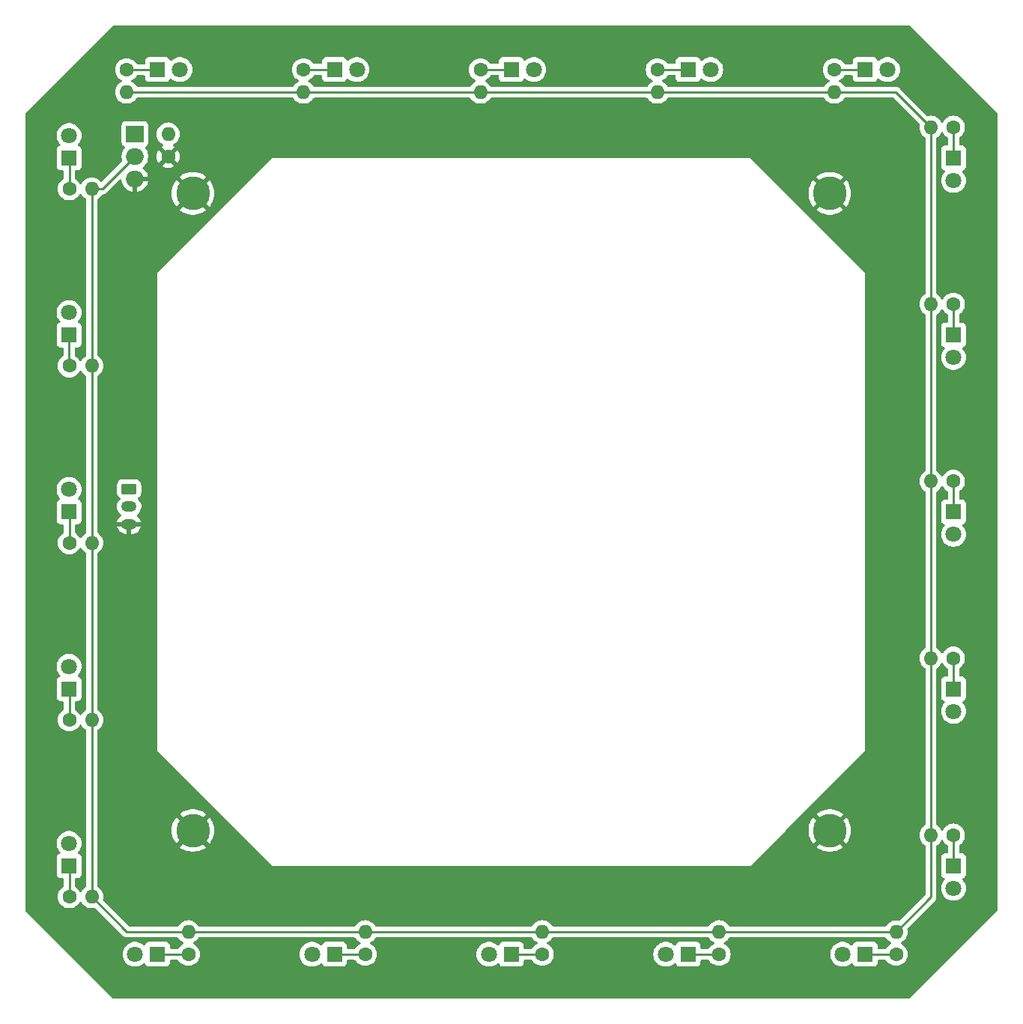
<source format=gbr>
%TF.GenerationSoftware,KiCad,Pcbnew,7.0.6*%
%TF.CreationDate,2024-08-08T10:20:05+01:00*%
%TF.ProjectId,DMI_LightBox,444d495f-4c69-4676-9874-426f782e6b69,rev?*%
%TF.SameCoordinates,Original*%
%TF.FileFunction,Copper,L1,Top*%
%TF.FilePolarity,Positive*%
%FSLAX46Y46*%
G04 Gerber Fmt 4.6, Leading zero omitted, Abs format (unit mm)*
G04 Created by KiCad (PCBNEW 7.0.6) date 2024-08-08 10:20:05*
%MOMM*%
%LPD*%
G01*
G04 APERTURE LIST*
G04 Aperture macros list*
%AMRoundRect*
0 Rectangle with rounded corners*
0 $1 Rounding radius*
0 $2 $3 $4 $5 $6 $7 $8 $9 X,Y pos of 4 corners*
0 Add a 4 corners polygon primitive as box body*
4,1,4,$2,$3,$4,$5,$6,$7,$8,$9,$2,$3,0*
0 Add four circle primitives for the rounded corners*
1,1,$1+$1,$2,$3*
1,1,$1+$1,$4,$5*
1,1,$1+$1,$6,$7*
1,1,$1+$1,$8,$9*
0 Add four rect primitives between the rounded corners*
20,1,$1+$1,$2,$3,$4,$5,0*
20,1,$1+$1,$4,$5,$6,$7,0*
20,1,$1+$1,$6,$7,$8,$9,0*
20,1,$1+$1,$8,$9,$2,$3,0*%
G04 Aperture macros list end*
%TA.AperFunction,ComponentPad*%
%ADD10C,3.800000*%
%TD*%
%TA.AperFunction,ComponentPad*%
%ADD11C,1.600000*%
%TD*%
%TA.AperFunction,ComponentPad*%
%ADD12O,1.600000X1.600000*%
%TD*%
%TA.AperFunction,ComponentPad*%
%ADD13R,1.800000X1.800000*%
%TD*%
%TA.AperFunction,ComponentPad*%
%ADD14C,1.800000*%
%TD*%
%TA.AperFunction,ComponentPad*%
%ADD15R,2.000000X1.905000*%
%TD*%
%TA.AperFunction,ComponentPad*%
%ADD16O,2.000000X1.905000*%
%TD*%
%TA.AperFunction,ComponentPad*%
%ADD17RoundRect,0.250000X-0.625000X0.350000X-0.625000X-0.350000X0.625000X-0.350000X0.625000X0.350000X0*%
%TD*%
%TA.AperFunction,ComponentPad*%
%ADD18O,1.750000X1.200000*%
%TD*%
%TA.AperFunction,Conductor*%
%ADD19C,0.250000*%
%TD*%
G04 APERTURE END LIST*
D10*
%TO.P,,3*%
%TO.N,GND*%
X138305001Y-133319999D03*
%TD*%
D11*
%TO.P,R14,1*%
%TO.N,Net-(D14-K)*%
X157797500Y-147320000D03*
D12*
%TO.P,R14,2*%
%TO.N,VOUT*%
X157797500Y-144780000D03*
%TD*%
D13*
%TO.P,D18,1,K*%
%TO.N,Net-(D18-K)*%
X124305000Y-97319999D03*
D14*
%TO.P,D18,2,A*%
%TO.N,VIN*%
X124305000Y-94779999D03*
%TD*%
D13*
%TO.P,D8,1,K*%
%TO.N,Net-(D8-K)*%
X224305002Y-97320000D03*
D14*
%TO.P,D8,2,A*%
%TO.N,VIN*%
X224305002Y-99860000D03*
%TD*%
D13*
%TO.P,D2,1,K*%
%TO.N,Net-(D2-K)*%
X154305002Y-47319999D03*
D14*
%TO.P,D2,2,A*%
%TO.N,VIN*%
X156845002Y-47319999D03*
%TD*%
D11*
%TO.P,R12,1*%
%TO.N,Net-(D12-K)*%
X197802500Y-147320000D03*
D12*
%TO.P,R12,2*%
%TO.N,VOUT*%
X197802500Y-144780000D03*
%TD*%
D13*
%TO.P,D13,1,K*%
%TO.N,Net-(D13-K)*%
X174305000Y-147320000D03*
D14*
%TO.P,D13,2,A*%
%TO.N,VIN*%
X171765000Y-147320000D03*
%TD*%
D13*
%TO.P,D14,1,K*%
%TO.N,Net-(D14-K)*%
X154305000Y-147320000D03*
D14*
%TO.P,D14,2,A*%
%TO.N,VIN*%
X151765000Y-147320000D03*
%TD*%
D13*
%TO.P,D17,1,K*%
%TO.N,Net-(D17-K)*%
X124305000Y-117319999D03*
D14*
%TO.P,D17,2,A*%
%TO.N,VIN*%
X124305000Y-114779999D03*
%TD*%
D13*
%TO.P,D5,1,K*%
%TO.N,Net-(D5-K)*%
X214305002Y-47319999D03*
D14*
%TO.P,D5,2,A*%
%TO.N,VIN*%
X216845002Y-47319999D03*
%TD*%
D11*
%TO.P,R9,1*%
%TO.N,Net-(D9-K)*%
X224282000Y-113855500D03*
D12*
%TO.P,R9,2*%
%TO.N,VOUT*%
X221742000Y-113855500D03*
%TD*%
D11*
%TO.P,R4,1*%
%TO.N,Net-(D4-K)*%
X190817500Y-47342000D03*
D12*
%TO.P,R4,2*%
%TO.N,VOUT*%
X190817500Y-49882000D03*
%TD*%
D10*
%TO.P,REF\u002A\u002A,1*%
%TO.N,GND*%
X210305001Y-61319999D03*
%TD*%
D11*
%TO.P,R17,1*%
%TO.N,Net-(D17-K)*%
X124333000Y-120815100D03*
D12*
%TO.P,R17,2*%
%TO.N,VOUT*%
X126873000Y-120815100D03*
%TD*%
D13*
%TO.P,D1,1,K*%
%TO.N,Net-(D1-K)*%
X134305002Y-47319999D03*
D14*
%TO.P,D1,2,A*%
%TO.N,VIN*%
X136845002Y-47319999D03*
%TD*%
D13*
%TO.P,D11,1,K*%
%TO.N,Net-(D11-K)*%
X214305000Y-147320000D03*
D14*
%TO.P,D11,2,A*%
%TO.N,VIN*%
X211765000Y-147320000D03*
%TD*%
D11*
%TO.P,R5,1*%
%TO.N,Net-(D5-K)*%
X210820000Y-47342000D03*
D12*
%TO.P,R5,2*%
%TO.N,VOUT*%
X210820000Y-49882000D03*
%TD*%
D13*
%TO.P,D6,1,K*%
%TO.N,Net-(D6-K)*%
X224305002Y-57320000D03*
D14*
%TO.P,D6,2,A*%
%TO.N,VIN*%
X224305002Y-59860000D03*
%TD*%
D11*
%TO.P,R3,1*%
%TO.N,Net-(D3-K)*%
X170815000Y-47342000D03*
D12*
%TO.P,R3,2*%
%TO.N,VOUT*%
X170815000Y-49882000D03*
%TD*%
D11*
%TO.P,R16,1*%
%TO.N,Net-(D16-K)*%
X124333000Y-140817600D03*
D12*
%TO.P,R16,2*%
%TO.N,VOUT*%
X126873000Y-140817600D03*
%TD*%
D13*
%TO.P,D3,1,K*%
%TO.N,Net-(D3-K)*%
X174305002Y-47319999D03*
D14*
%TO.P,D3,2,A*%
%TO.N,VIN*%
X176845002Y-47319999D03*
%TD*%
D13*
%TO.P,D15,1,K*%
%TO.N,Net-(D15-K)*%
X134305000Y-147320000D03*
D14*
%TO.P,D15,2,A*%
%TO.N,VIN*%
X131765000Y-147320000D03*
%TD*%
D11*
%TO.P,R1,1*%
%TO.N,Net-(D1-K)*%
X130810000Y-47342000D03*
D12*
%TO.P,R1,2*%
%TO.N,VOUT*%
X130810000Y-49882000D03*
%TD*%
D11*
%TO.P,R6,1*%
%TO.N,Net-(D6-K)*%
X224282000Y-53848000D03*
D12*
%TO.P,R6,2*%
%TO.N,VOUT*%
X221742000Y-53848000D03*
%TD*%
D11*
%TO.P,R11,1*%
%TO.N,Net-(D11-K)*%
X217805000Y-147320000D03*
D12*
%TO.P,R11,2*%
%TO.N,VOUT*%
X217805000Y-144780000D03*
%TD*%
D13*
%TO.P,D7,1,K*%
%TO.N,Net-(D7-K)*%
X224305002Y-77320000D03*
D14*
%TO.P,D7,2,A*%
%TO.N,VIN*%
X224305002Y-79860000D03*
%TD*%
D13*
%TO.P,D4,1,K*%
%TO.N,Net-(D4-K)*%
X194305002Y-47319999D03*
D14*
%TO.P,D4,2,A*%
%TO.N,VIN*%
X196845002Y-47319999D03*
%TD*%
D13*
%TO.P,D19,1,K*%
%TO.N,Net-(D19-K)*%
X124305000Y-77319999D03*
D14*
%TO.P,D19,2,A*%
%TO.N,VIN*%
X124305000Y-74779999D03*
%TD*%
D11*
%TO.P,R15,1*%
%TO.N,Net-(D15-K)*%
X137795000Y-147320000D03*
D12*
%TO.P,R15,2*%
%TO.N,VOUT*%
X137795000Y-144780000D03*
%TD*%
D13*
%TO.P,D16,1,K*%
%TO.N,Net-(D16-K)*%
X124305000Y-137319999D03*
D14*
%TO.P,D16,2,A*%
%TO.N,VIN*%
X124305000Y-134779999D03*
%TD*%
D11*
%TO.P,R19,1*%
%TO.N,Net-(D19-K)*%
X124333000Y-80810100D03*
D12*
%TO.P,R19,2*%
%TO.N,VOUT*%
X126873000Y-80810100D03*
%TD*%
D11*
%TO.P,R10,1*%
%TO.N,Net-(D10-K)*%
X224282000Y-133858000D03*
D12*
%TO.P,R10,2*%
%TO.N,VOUT*%
X221742000Y-133858000D03*
%TD*%
D13*
%TO.P,D10,1,K*%
%TO.N,Net-(D10-K)*%
X224305002Y-137320000D03*
D14*
%TO.P,D10,2,A*%
%TO.N,VIN*%
X224305002Y-139860000D03*
%TD*%
D10*
%TO.P,,4*%
%TO.N,GND*%
X138305001Y-61319999D03*
%TD*%
D11*
%TO.P,R2,1*%
%TO.N,Net-(D2-K)*%
X150812500Y-47342000D03*
D12*
%TO.P,R2,2*%
%TO.N,VOUT*%
X150812500Y-49882000D03*
%TD*%
D11*
%TO.P,R20,1*%
%TO.N,Net-(D20-K)*%
X124333000Y-60807600D03*
D12*
%TO.P,R20,2*%
%TO.N,VOUT*%
X126873000Y-60807600D03*
%TD*%
D10*
%TO.P,,2*%
%TO.N,GND*%
X210305001Y-133319999D03*
%TD*%
D13*
%TO.P,D9,1,K*%
%TO.N,Net-(D9-K)*%
X224305002Y-117320000D03*
D14*
%TO.P,D9,2,A*%
%TO.N,VIN*%
X224305002Y-119860000D03*
%TD*%
D11*
%TO.P,R8,1*%
%TO.N,Net-(D8-K)*%
X224282000Y-93853000D03*
D12*
%TO.P,R8,2*%
%TO.N,VOUT*%
X221742000Y-93853000D03*
%TD*%
D13*
%TO.P,D20,1,K*%
%TO.N,Net-(D20-K)*%
X124305000Y-57319999D03*
D14*
%TO.P,D20,2,A*%
%TO.N,VIN*%
X124305000Y-54779999D03*
%TD*%
D11*
%TO.P,R18,1*%
%TO.N,Net-(D18-K)*%
X124333000Y-100812600D03*
D12*
%TO.P,R18,2*%
%TO.N,VOUT*%
X126873000Y-100812600D03*
%TD*%
D11*
%TO.P,R13,1*%
%TO.N,Net-(D13-K)*%
X177800000Y-147320000D03*
D12*
%TO.P,R13,2*%
%TO.N,VOUT*%
X177800000Y-144780000D03*
%TD*%
D11*
%TO.P,R7,1*%
%TO.N,Net-(D7-K)*%
X224282000Y-73850500D03*
D12*
%TO.P,R7,2*%
%TO.N,VOUT*%
X221742000Y-73850500D03*
%TD*%
D13*
%TO.P,D12,1,K*%
%TO.N,Net-(D12-K)*%
X194305000Y-147320000D03*
D14*
%TO.P,D12,2,A*%
%TO.N,VIN*%
X191765000Y-147320000D03*
%TD*%
D15*
%TO.P,Q1,1,G*%
%TO.N,SIG*%
X131755000Y-54610000D03*
D16*
%TO.P,Q1,2,D*%
%TO.N,VOUT*%
X131755000Y-57150000D03*
%TO.P,Q1,3,S*%
%TO.N,GND*%
X131755000Y-59690000D03*
%TD*%
D17*
%TO.P,J1,1,Pin_1*%
%TO.N,VIN*%
X131092415Y-94716584D03*
D18*
%TO.P,J1,2,Pin_2*%
%TO.N,SIG*%
X131092415Y-96716584D03*
%TO.P,J1,3,Pin_3*%
%TO.N,GND*%
X131092415Y-98716584D03*
%TD*%
D11*
%TO.P,R21,1*%
%TO.N,GND*%
X135509000Y-57150000D03*
D12*
%TO.P,R21,2*%
%TO.N,SIG*%
X135509000Y-54610000D03*
%TD*%
D19*
%TO.N,Net-(D1-K)*%
X134283001Y-47342000D02*
X134305002Y-47319999D01*
X130810000Y-47342000D02*
X134283001Y-47342000D01*
%TO.N,Net-(D2-K)*%
X150834501Y-47319999D02*
X150812500Y-47342000D01*
X154305002Y-47319999D02*
X150834501Y-47319999D01*
%TO.N,Net-(D3-K)*%
X174305002Y-47319999D02*
X170837001Y-47319999D01*
X170837001Y-47319999D02*
X170815000Y-47342000D01*
%TO.N,Net-(D4-K)*%
X194305002Y-47319999D02*
X190839501Y-47319999D01*
X190839501Y-47319999D02*
X190817500Y-47342000D01*
%TO.N,Net-(D5-K)*%
X214283001Y-47342000D02*
X214305002Y-47319999D01*
X210820000Y-47342000D02*
X214283001Y-47342000D01*
%TO.N,Net-(D6-K)*%
X224305002Y-53871002D02*
X224282000Y-53848000D01*
X224305002Y-57320000D02*
X224305002Y-53871002D01*
%TO.N,Net-(D7-K)*%
X224305002Y-73873502D02*
X224282000Y-73850500D01*
X224305002Y-77320000D02*
X224305002Y-73873502D01*
%TO.N,Net-(D8-K)*%
X224305002Y-93876002D02*
X224282000Y-93853000D01*
X224305002Y-97320000D02*
X224305002Y-93876002D01*
%TO.N,Net-(D9-K)*%
X224305002Y-117320000D02*
X224305002Y-113878502D01*
X224305002Y-113878502D02*
X224282000Y-113855500D01*
%TO.N,Net-(D10-K)*%
X224305002Y-133881002D02*
X224282000Y-133858000D01*
X224305002Y-137320000D02*
X224305002Y-133881002D01*
%TO.N,Net-(D11-K)*%
X214305000Y-147320000D02*
X217805000Y-147320000D01*
%TO.N,Net-(D12-K)*%
X194305000Y-147320000D02*
X197802500Y-147320000D01*
%TO.N,Net-(D13-K)*%
X174305000Y-147320000D02*
X177800000Y-147320000D01*
%TO.N,Net-(D14-K)*%
X154305000Y-147320000D02*
X157797500Y-147320000D01*
%TO.N,Net-(D15-K)*%
X134305000Y-147320000D02*
X137795000Y-147320000D01*
%TO.N,Net-(D16-K)*%
X124333000Y-137347999D02*
X124305000Y-137319999D01*
X124333000Y-140817600D02*
X124333000Y-137347999D01*
%TO.N,Net-(D17-K)*%
X124333000Y-117347999D02*
X124305000Y-117319999D01*
X124333000Y-120815100D02*
X124333000Y-117347999D01*
%TO.N,Net-(D18-K)*%
X124333000Y-97347999D02*
X124305000Y-97319999D01*
X124333000Y-100812600D02*
X124333000Y-97347999D01*
%TO.N,Net-(D19-K)*%
X124305000Y-77319999D02*
X124305000Y-80782100D01*
X124305000Y-80782100D02*
X124333000Y-80810100D01*
%TO.N,Net-(D20-K)*%
X124333000Y-60807600D02*
X124333000Y-57347999D01*
X124333000Y-57347999D02*
X124305000Y-57319999D01*
%TO.N,VOUT*%
X126873000Y-60807600D02*
X128097400Y-60807600D01*
X221742000Y-53848000D02*
X221742000Y-73850500D01*
X190817500Y-49882000D02*
X170815000Y-49882000D01*
X221742000Y-140843000D02*
X217805000Y-144780000D01*
X217776000Y-49882000D02*
X221742000Y-53848000D01*
X126873000Y-140817600D02*
X130810000Y-144754600D01*
X126873000Y-120815100D02*
X126873000Y-140817600D01*
X128097400Y-60807600D02*
X131755000Y-57150000D01*
X177800000Y-144780000D02*
X197802500Y-144780000D01*
X221742000Y-93853000D02*
X221742000Y-113855500D01*
X126873000Y-80810100D02*
X126873000Y-100812600D01*
X137795000Y-144780000D02*
X157797500Y-144780000D01*
X126873000Y-100812600D02*
X126873000Y-120815100D01*
X210820000Y-49882000D02*
X217776000Y-49882000D01*
X170815000Y-49882000D02*
X150812500Y-49882000D01*
X126873000Y-60807600D02*
X126873000Y-80810100D01*
X130810000Y-144754600D02*
X130810000Y-144780000D01*
X130810000Y-144780000D02*
X137795000Y-144780000D01*
X177800000Y-144780000D02*
X157797500Y-144780000D01*
X221742000Y-113855500D02*
X221742000Y-133858000D01*
X221742000Y-73850500D02*
X221742000Y-93853000D01*
X210820000Y-49882000D02*
X190817500Y-49882000D01*
X197802500Y-144780000D02*
X217805000Y-144780000D01*
X150812500Y-49882000D02*
X130810000Y-49882000D01*
X221742000Y-133858000D02*
X221742000Y-140843000D01*
%TD*%
%TA.AperFunction,Conductor*%
%TO.N,GND*%
G36*
X219320470Y-42340184D02*
G01*
X219341112Y-42356818D01*
X229268182Y-52283887D01*
X229301667Y-52345210D01*
X229304501Y-52371568D01*
X229304501Y-142268429D01*
X229284816Y-142335468D01*
X229268182Y-142356110D01*
X219341112Y-152283180D01*
X219279789Y-152316665D01*
X219253431Y-152319499D01*
X129356570Y-152319499D01*
X129289531Y-152299814D01*
X129268889Y-152283180D01*
X119416319Y-142430609D01*
X119382834Y-142369286D01*
X119380000Y-142342928D01*
X119380000Y-134780005D01*
X122899700Y-134780005D01*
X122918864Y-135011296D01*
X122918866Y-135011307D01*
X122975842Y-135236299D01*
X123069075Y-135448847D01*
X123196016Y-135643146D01*
X123196019Y-135643150D01*
X123196021Y-135643152D01*
X123290803Y-135746113D01*
X123321724Y-135808766D01*
X123313864Y-135878192D01*
X123269716Y-135932347D01*
X123242906Y-135946276D01*
X123162669Y-135976202D01*
X123162664Y-135976205D01*
X123047455Y-136062451D01*
X123047452Y-136062454D01*
X122961206Y-136177663D01*
X122961202Y-136177670D01*
X122910908Y-136312516D01*
X122904501Y-136372115D01*
X122904501Y-136372123D01*
X122904500Y-136372134D01*
X122904500Y-138267869D01*
X122904501Y-138267875D01*
X122910908Y-138327482D01*
X122961202Y-138462327D01*
X122961206Y-138462334D01*
X123047452Y-138577543D01*
X123047455Y-138577546D01*
X123162664Y-138663792D01*
X123162671Y-138663796D01*
X123207618Y-138680559D01*
X123297517Y-138714090D01*
X123357127Y-138720499D01*
X123583500Y-138720498D01*
X123650539Y-138740182D01*
X123696294Y-138792986D01*
X123707500Y-138844498D01*
X123707500Y-139603411D01*
X123687815Y-139670450D01*
X123654623Y-139704986D01*
X123493859Y-139817553D01*
X123332954Y-139978458D01*
X123202432Y-140164865D01*
X123202431Y-140164867D01*
X123106261Y-140371102D01*
X123106258Y-140371111D01*
X123047366Y-140590902D01*
X123047364Y-140590913D01*
X123027532Y-140817598D01*
X123027532Y-140817601D01*
X123047364Y-141044286D01*
X123047366Y-141044297D01*
X123106258Y-141264088D01*
X123106261Y-141264097D01*
X123202431Y-141470332D01*
X123202432Y-141470334D01*
X123332954Y-141656741D01*
X123493858Y-141817645D01*
X123493861Y-141817647D01*
X123680266Y-141948168D01*
X123886504Y-142044339D01*
X124106308Y-142103235D01*
X124263780Y-142117012D01*
X124332998Y-142123068D01*
X124333000Y-142123068D01*
X124333002Y-142123068D01*
X124402220Y-142117012D01*
X124559692Y-142103235D01*
X124779496Y-142044339D01*
X124985734Y-141948168D01*
X125172139Y-141817647D01*
X125333047Y-141656739D01*
X125463568Y-141470334D01*
X125490618Y-141412324D01*
X125536790Y-141359885D01*
X125603983Y-141340733D01*
X125670865Y-141360948D01*
X125715382Y-141412325D01*
X125742429Y-141470328D01*
X125742432Y-141470334D01*
X125872954Y-141656741D01*
X126033858Y-141817645D01*
X126033861Y-141817647D01*
X126220266Y-141948168D01*
X126426504Y-142044339D01*
X126646308Y-142103235D01*
X126803780Y-142117012D01*
X126872998Y-142123068D01*
X126873000Y-142123068D01*
X126873002Y-142123068D01*
X126942220Y-142117012D01*
X127099692Y-142103235D01*
X127168048Y-142084919D01*
X127237896Y-142086580D01*
X127287822Y-142117012D01*
X130258509Y-145087699D01*
X130271145Y-145102493D01*
X130291276Y-145130202D01*
X130293455Y-145133409D01*
X130324213Y-145181876D01*
X130330164Y-145187464D01*
X130345604Y-145204978D01*
X130350403Y-145211585D01*
X130394647Y-145248187D01*
X130397567Y-145250761D01*
X130439418Y-145290062D01*
X130446578Y-145293998D01*
X130465879Y-145307114D01*
X130472177Y-145312324D01*
X130472178Y-145312324D01*
X130472179Y-145312325D01*
X130524125Y-145336769D01*
X130527597Y-145338538D01*
X130577903Y-145366195D01*
X130577905Y-145366195D01*
X130577908Y-145366197D01*
X130583205Y-145367556D01*
X130585814Y-145368227D01*
X130607777Y-145376133D01*
X130615174Y-145379614D01*
X130671576Y-145390373D01*
X130675362Y-145391219D01*
X130730981Y-145405500D01*
X130739153Y-145405500D01*
X130762385Y-145407696D01*
X130763989Y-145408001D01*
X130770412Y-145409227D01*
X130827724Y-145405621D01*
X130831597Y-145405500D01*
X136580812Y-145405500D01*
X136647851Y-145425185D01*
X136682387Y-145458377D01*
X136794954Y-145619141D01*
X136955858Y-145780045D01*
X136955861Y-145780047D01*
X137142266Y-145910568D01*
X137175163Y-145925908D01*
X137200275Y-145937618D01*
X137252714Y-145983791D01*
X137271866Y-146050984D01*
X137251650Y-146117865D01*
X137200275Y-146162382D01*
X137142267Y-146189431D01*
X137142265Y-146189432D01*
X136955858Y-146319954D01*
X136794954Y-146480858D01*
X136682387Y-146641623D01*
X136627811Y-146685248D01*
X136580812Y-146694500D01*
X135829499Y-146694500D01*
X135762460Y-146674815D01*
X135716705Y-146622011D01*
X135705499Y-146570500D01*
X135705499Y-146372129D01*
X135705498Y-146372123D01*
X135701492Y-146334858D01*
X135699091Y-146312517D01*
X135689233Y-146286087D01*
X135648797Y-146177671D01*
X135648793Y-146177664D01*
X135562547Y-146062455D01*
X135562544Y-146062452D01*
X135447335Y-145976206D01*
X135447328Y-145976202D01*
X135312482Y-145925908D01*
X135312483Y-145925908D01*
X135252883Y-145919501D01*
X135252881Y-145919500D01*
X135252873Y-145919500D01*
X135252864Y-145919500D01*
X133357129Y-145919500D01*
X133357123Y-145919501D01*
X133297516Y-145925908D01*
X133162671Y-145976202D01*
X133162664Y-145976206D01*
X133047455Y-146062452D01*
X133047452Y-146062455D01*
X132961206Y-146177664D01*
X132961203Y-146177670D01*
X132932544Y-146254508D01*
X132890672Y-146310441D01*
X132825208Y-146334858D01*
X132756935Y-146320006D01*
X132725135Y-146295158D01*
X132716784Y-146286087D01*
X132716778Y-146286082D01*
X132716777Y-146286081D01*
X132533634Y-146143535D01*
X132533628Y-146143531D01*
X132329504Y-146033064D01*
X132329495Y-146033061D01*
X132109984Y-145957702D01*
X131919450Y-145925908D01*
X131881049Y-145919500D01*
X131648951Y-145919500D01*
X131610550Y-145925908D01*
X131420015Y-145957702D01*
X131200504Y-146033061D01*
X131200495Y-146033064D01*
X130996371Y-146143531D01*
X130996365Y-146143535D01*
X130813222Y-146286081D01*
X130813219Y-146286084D01*
X130813216Y-146286086D01*
X130813216Y-146286087D01*
X130768319Y-146334858D01*
X130656016Y-146456852D01*
X130529075Y-146651151D01*
X130435842Y-146863699D01*
X130378866Y-147088691D01*
X130378864Y-147088702D01*
X130359700Y-147319993D01*
X130359700Y-147320006D01*
X130378864Y-147551297D01*
X130378866Y-147551308D01*
X130435842Y-147776300D01*
X130529075Y-147988848D01*
X130656016Y-148183147D01*
X130656019Y-148183151D01*
X130656021Y-148183153D01*
X130813216Y-148353913D01*
X130813219Y-148353915D01*
X130813222Y-148353918D01*
X130996365Y-148496464D01*
X130996371Y-148496468D01*
X130996374Y-148496470D01*
X131200497Y-148606936D01*
X131254479Y-148625468D01*
X131420015Y-148682297D01*
X131420017Y-148682297D01*
X131420019Y-148682298D01*
X131648951Y-148720500D01*
X131648952Y-148720500D01*
X131881048Y-148720500D01*
X131881049Y-148720500D01*
X132109981Y-148682298D01*
X132329503Y-148606936D01*
X132533626Y-148496470D01*
X132716784Y-148353913D01*
X132725130Y-148344846D01*
X132785010Y-148308854D01*
X132854849Y-148310949D01*
X132912468Y-148350469D01*
X132932544Y-148385491D01*
X132961203Y-148462330D01*
X132961206Y-148462335D01*
X133047452Y-148577544D01*
X133047455Y-148577547D01*
X133162664Y-148663793D01*
X133162671Y-148663797D01*
X133297517Y-148714091D01*
X133297516Y-148714091D01*
X133304444Y-148714835D01*
X133357127Y-148720500D01*
X135252872Y-148720499D01*
X135312483Y-148714091D01*
X135447331Y-148663796D01*
X135562546Y-148577546D01*
X135648796Y-148462331D01*
X135699091Y-148327483D01*
X135705500Y-148267873D01*
X135705500Y-148069500D01*
X135725185Y-148002461D01*
X135777989Y-147956706D01*
X135829500Y-147945500D01*
X136580812Y-147945500D01*
X136647851Y-147965185D01*
X136682387Y-147998377D01*
X136794954Y-148159141D01*
X136955858Y-148320045D01*
X136955861Y-148320047D01*
X137142266Y-148450568D01*
X137348504Y-148546739D01*
X137568308Y-148605635D01*
X137730230Y-148619801D01*
X137794998Y-148625468D01*
X137795000Y-148625468D01*
X137795002Y-148625468D01*
X137851673Y-148620509D01*
X138021692Y-148605635D01*
X138241496Y-148546739D01*
X138447734Y-148450568D01*
X138634139Y-148320047D01*
X138795047Y-148159139D01*
X138925568Y-147972734D01*
X139021739Y-147766496D01*
X139080635Y-147546692D01*
X139097634Y-147352384D01*
X139100468Y-147320001D01*
X139100468Y-147319998D01*
X139080635Y-147093313D01*
X139080635Y-147093308D01*
X139021739Y-146873504D01*
X138925568Y-146667266D01*
X138795047Y-146480861D01*
X138795045Y-146480858D01*
X138634141Y-146319954D01*
X138447734Y-146189432D01*
X138447728Y-146189429D01*
X138389725Y-146162382D01*
X138337285Y-146116210D01*
X138318133Y-146049017D01*
X138338348Y-145982135D01*
X138389725Y-145937618D01*
X138447734Y-145910568D01*
X138634139Y-145780047D01*
X138795047Y-145619139D01*
X138907612Y-145458377D01*
X138962189Y-145414752D01*
X139009188Y-145405500D01*
X156583312Y-145405500D01*
X156650351Y-145425185D01*
X156684887Y-145458377D01*
X156797454Y-145619141D01*
X156958358Y-145780045D01*
X156958361Y-145780047D01*
X157144766Y-145910568D01*
X157177663Y-145925908D01*
X157202775Y-145937618D01*
X157255214Y-145983791D01*
X157274366Y-146050984D01*
X157254150Y-146117865D01*
X157202775Y-146162382D01*
X157144767Y-146189431D01*
X157144765Y-146189432D01*
X156958358Y-146319954D01*
X156797454Y-146480858D01*
X156684887Y-146641623D01*
X156630311Y-146685248D01*
X156583312Y-146694500D01*
X155829499Y-146694500D01*
X155762460Y-146674815D01*
X155716705Y-146622011D01*
X155705499Y-146570500D01*
X155705499Y-146372129D01*
X155705498Y-146372123D01*
X155701492Y-146334858D01*
X155699091Y-146312517D01*
X155689233Y-146286087D01*
X155648797Y-146177671D01*
X155648793Y-146177664D01*
X155562547Y-146062455D01*
X155562544Y-146062452D01*
X155447335Y-145976206D01*
X155447328Y-145976202D01*
X155312482Y-145925908D01*
X155312483Y-145925908D01*
X155252883Y-145919501D01*
X155252881Y-145919500D01*
X155252873Y-145919500D01*
X155252864Y-145919500D01*
X153357129Y-145919500D01*
X153357123Y-145919501D01*
X153297516Y-145925908D01*
X153162671Y-145976202D01*
X153162664Y-145976206D01*
X153047455Y-146062452D01*
X153047452Y-146062455D01*
X152961206Y-146177664D01*
X152961203Y-146177670D01*
X152932544Y-146254508D01*
X152890672Y-146310441D01*
X152825208Y-146334858D01*
X152756935Y-146320006D01*
X152725135Y-146295158D01*
X152716784Y-146286087D01*
X152716778Y-146286082D01*
X152716777Y-146286081D01*
X152533634Y-146143535D01*
X152533628Y-146143531D01*
X152329504Y-146033064D01*
X152329495Y-146033061D01*
X152109984Y-145957702D01*
X151919450Y-145925908D01*
X151881049Y-145919500D01*
X151648951Y-145919500D01*
X151610550Y-145925908D01*
X151420015Y-145957702D01*
X151200504Y-146033061D01*
X151200495Y-146033064D01*
X150996371Y-146143531D01*
X150996365Y-146143535D01*
X150813222Y-146286081D01*
X150813219Y-146286084D01*
X150813216Y-146286086D01*
X150813216Y-146286087D01*
X150768319Y-146334858D01*
X150656016Y-146456852D01*
X150529075Y-146651151D01*
X150435842Y-146863699D01*
X150378866Y-147088691D01*
X150378864Y-147088702D01*
X150359700Y-147319993D01*
X150359700Y-147320006D01*
X150378864Y-147551297D01*
X150378866Y-147551308D01*
X150435842Y-147776300D01*
X150529075Y-147988848D01*
X150656016Y-148183147D01*
X150656019Y-148183151D01*
X150656021Y-148183153D01*
X150813216Y-148353913D01*
X150813219Y-148353915D01*
X150813222Y-148353918D01*
X150996365Y-148496464D01*
X150996371Y-148496468D01*
X150996374Y-148496470D01*
X151200497Y-148606936D01*
X151254479Y-148625468D01*
X151420015Y-148682297D01*
X151420017Y-148682297D01*
X151420019Y-148682298D01*
X151648951Y-148720500D01*
X151648952Y-148720500D01*
X151881048Y-148720500D01*
X151881049Y-148720500D01*
X152109981Y-148682298D01*
X152329503Y-148606936D01*
X152533626Y-148496470D01*
X152716784Y-148353913D01*
X152725130Y-148344846D01*
X152785010Y-148308854D01*
X152854849Y-148310949D01*
X152912468Y-148350469D01*
X152932544Y-148385491D01*
X152961203Y-148462330D01*
X152961206Y-148462335D01*
X153047452Y-148577544D01*
X153047455Y-148577547D01*
X153162664Y-148663793D01*
X153162671Y-148663797D01*
X153297517Y-148714091D01*
X153297516Y-148714091D01*
X153304444Y-148714835D01*
X153357127Y-148720500D01*
X155252872Y-148720499D01*
X155312483Y-148714091D01*
X155447331Y-148663796D01*
X155562546Y-148577546D01*
X155648796Y-148462331D01*
X155699091Y-148327483D01*
X155705500Y-148267873D01*
X155705500Y-148069500D01*
X155725185Y-148002461D01*
X155777989Y-147956706D01*
X155829500Y-147945500D01*
X156583312Y-147945500D01*
X156650351Y-147965185D01*
X156684887Y-147998377D01*
X156797454Y-148159141D01*
X156958358Y-148320045D01*
X156958361Y-148320047D01*
X157144766Y-148450568D01*
X157351004Y-148546739D01*
X157570808Y-148605635D01*
X157732730Y-148619801D01*
X157797498Y-148625468D01*
X157797500Y-148625468D01*
X157797502Y-148625468D01*
X157854173Y-148620509D01*
X158024192Y-148605635D01*
X158243996Y-148546739D01*
X158450234Y-148450568D01*
X158636639Y-148320047D01*
X158797547Y-148159139D01*
X158928068Y-147972734D01*
X159024239Y-147766496D01*
X159083135Y-147546692D01*
X159100134Y-147352384D01*
X159102968Y-147320001D01*
X159102968Y-147319998D01*
X159083135Y-147093313D01*
X159083135Y-147093308D01*
X159024239Y-146873504D01*
X158928068Y-146667266D01*
X158797547Y-146480861D01*
X158797545Y-146480858D01*
X158636641Y-146319954D01*
X158450234Y-146189432D01*
X158450228Y-146189429D01*
X158392225Y-146162382D01*
X158339785Y-146116210D01*
X158320633Y-146049017D01*
X158340848Y-145982135D01*
X158392225Y-145937618D01*
X158450234Y-145910568D01*
X158636639Y-145780047D01*
X158797547Y-145619139D01*
X158910112Y-145458377D01*
X158964689Y-145414752D01*
X159011688Y-145405500D01*
X176585812Y-145405500D01*
X176652851Y-145425185D01*
X176687387Y-145458377D01*
X176799954Y-145619141D01*
X176960858Y-145780045D01*
X176960861Y-145780047D01*
X177147266Y-145910568D01*
X177180163Y-145925908D01*
X177205275Y-145937618D01*
X177257714Y-145983791D01*
X177276866Y-146050984D01*
X177256650Y-146117865D01*
X177205275Y-146162382D01*
X177147267Y-146189431D01*
X177147265Y-146189432D01*
X176960858Y-146319954D01*
X176799954Y-146480858D01*
X176687387Y-146641623D01*
X176632811Y-146685248D01*
X176585812Y-146694500D01*
X175829499Y-146694500D01*
X175762460Y-146674815D01*
X175716705Y-146622011D01*
X175705499Y-146570500D01*
X175705499Y-146372129D01*
X175705498Y-146372123D01*
X175701492Y-146334858D01*
X175699091Y-146312517D01*
X175689233Y-146286087D01*
X175648797Y-146177671D01*
X175648793Y-146177664D01*
X175562547Y-146062455D01*
X175562544Y-146062452D01*
X175447335Y-145976206D01*
X175447328Y-145976202D01*
X175312482Y-145925908D01*
X175312483Y-145925908D01*
X175252883Y-145919501D01*
X175252881Y-145919500D01*
X175252873Y-145919500D01*
X175252864Y-145919500D01*
X173357129Y-145919500D01*
X173357123Y-145919501D01*
X173297516Y-145925908D01*
X173162671Y-145976202D01*
X173162664Y-145976206D01*
X173047455Y-146062452D01*
X173047452Y-146062455D01*
X172961206Y-146177664D01*
X172961203Y-146177670D01*
X172932544Y-146254508D01*
X172890672Y-146310441D01*
X172825208Y-146334858D01*
X172756935Y-146320006D01*
X172725135Y-146295158D01*
X172716784Y-146286087D01*
X172716778Y-146286082D01*
X172716777Y-146286081D01*
X172533634Y-146143535D01*
X172533628Y-146143531D01*
X172329504Y-146033064D01*
X172329495Y-146033061D01*
X172109984Y-145957702D01*
X171919450Y-145925908D01*
X171881049Y-145919500D01*
X171648951Y-145919500D01*
X171610550Y-145925908D01*
X171420015Y-145957702D01*
X171200504Y-146033061D01*
X171200495Y-146033064D01*
X170996371Y-146143531D01*
X170996365Y-146143535D01*
X170813222Y-146286081D01*
X170813219Y-146286084D01*
X170813216Y-146286086D01*
X170813216Y-146286087D01*
X170768319Y-146334858D01*
X170656016Y-146456852D01*
X170529075Y-146651151D01*
X170435842Y-146863699D01*
X170378866Y-147088691D01*
X170378864Y-147088702D01*
X170359700Y-147319993D01*
X170359700Y-147320006D01*
X170378864Y-147551297D01*
X170378866Y-147551308D01*
X170435842Y-147776300D01*
X170529075Y-147988848D01*
X170656016Y-148183147D01*
X170656019Y-148183151D01*
X170656021Y-148183153D01*
X170813216Y-148353913D01*
X170813219Y-148353915D01*
X170813222Y-148353918D01*
X170996365Y-148496464D01*
X170996371Y-148496468D01*
X170996374Y-148496470D01*
X171200497Y-148606936D01*
X171254479Y-148625468D01*
X171420015Y-148682297D01*
X171420017Y-148682297D01*
X171420019Y-148682298D01*
X171648951Y-148720500D01*
X171648952Y-148720500D01*
X171881048Y-148720500D01*
X171881049Y-148720500D01*
X172109981Y-148682298D01*
X172329503Y-148606936D01*
X172533626Y-148496470D01*
X172716784Y-148353913D01*
X172725130Y-148344846D01*
X172785010Y-148308854D01*
X172854849Y-148310949D01*
X172912468Y-148350469D01*
X172932544Y-148385491D01*
X172961203Y-148462330D01*
X172961206Y-148462335D01*
X173047452Y-148577544D01*
X173047455Y-148577547D01*
X173162664Y-148663793D01*
X173162671Y-148663797D01*
X173297517Y-148714091D01*
X173297516Y-148714091D01*
X173304444Y-148714835D01*
X173357127Y-148720500D01*
X175252872Y-148720499D01*
X175312483Y-148714091D01*
X175447331Y-148663796D01*
X175562546Y-148577546D01*
X175648796Y-148462331D01*
X175699091Y-148327483D01*
X175705500Y-148267873D01*
X175705500Y-148069499D01*
X175725185Y-148002461D01*
X175777989Y-147956706D01*
X175829500Y-147945500D01*
X176585812Y-147945500D01*
X176652851Y-147965185D01*
X176687387Y-147998377D01*
X176799954Y-148159141D01*
X176960858Y-148320045D01*
X176960861Y-148320047D01*
X177147266Y-148450568D01*
X177353504Y-148546739D01*
X177573308Y-148605635D01*
X177735230Y-148619801D01*
X177799998Y-148625468D01*
X177800000Y-148625468D01*
X177800002Y-148625468D01*
X177856672Y-148620509D01*
X178026692Y-148605635D01*
X178246496Y-148546739D01*
X178452734Y-148450568D01*
X178639139Y-148320047D01*
X178800047Y-148159139D01*
X178930568Y-147972734D01*
X179026739Y-147766496D01*
X179085635Y-147546692D01*
X179102634Y-147352384D01*
X179105468Y-147320001D01*
X179105468Y-147319998D01*
X179085635Y-147093313D01*
X179085635Y-147093308D01*
X179026739Y-146873504D01*
X178930568Y-146667266D01*
X178800047Y-146480861D01*
X178800045Y-146480858D01*
X178639141Y-146319954D01*
X178452734Y-146189432D01*
X178452728Y-146189429D01*
X178394725Y-146162382D01*
X178342285Y-146116210D01*
X178323133Y-146049017D01*
X178343348Y-145982135D01*
X178394725Y-145937618D01*
X178452734Y-145910568D01*
X178639139Y-145780047D01*
X178800047Y-145619139D01*
X178912612Y-145458377D01*
X178967189Y-145414752D01*
X179014188Y-145405500D01*
X196588312Y-145405500D01*
X196655351Y-145425185D01*
X196689887Y-145458377D01*
X196802454Y-145619141D01*
X196963358Y-145780045D01*
X196963361Y-145780047D01*
X197149766Y-145910568D01*
X197182663Y-145925908D01*
X197207775Y-145937618D01*
X197260214Y-145983791D01*
X197279366Y-146050984D01*
X197259150Y-146117865D01*
X197207775Y-146162382D01*
X197149767Y-146189431D01*
X197149765Y-146189432D01*
X196963358Y-146319954D01*
X196802454Y-146480858D01*
X196689887Y-146641623D01*
X196635311Y-146685248D01*
X196588312Y-146694500D01*
X195829499Y-146694500D01*
X195762460Y-146674815D01*
X195716705Y-146622011D01*
X195705499Y-146570500D01*
X195705499Y-146372129D01*
X195705498Y-146372123D01*
X195701492Y-146334858D01*
X195699091Y-146312517D01*
X195689233Y-146286087D01*
X195648797Y-146177671D01*
X195648793Y-146177664D01*
X195562547Y-146062455D01*
X195562544Y-146062452D01*
X195447335Y-145976206D01*
X195447328Y-145976202D01*
X195312482Y-145925908D01*
X195312483Y-145925908D01*
X195252883Y-145919501D01*
X195252881Y-145919500D01*
X195252873Y-145919500D01*
X195252864Y-145919500D01*
X193357129Y-145919500D01*
X193357123Y-145919501D01*
X193297516Y-145925908D01*
X193162671Y-145976202D01*
X193162664Y-145976206D01*
X193047455Y-146062452D01*
X193047452Y-146062455D01*
X192961206Y-146177664D01*
X192961203Y-146177670D01*
X192932544Y-146254508D01*
X192890672Y-146310441D01*
X192825208Y-146334858D01*
X192756935Y-146320006D01*
X192725135Y-146295158D01*
X192716784Y-146286087D01*
X192716778Y-146286082D01*
X192716777Y-146286081D01*
X192533634Y-146143535D01*
X192533628Y-146143531D01*
X192329504Y-146033064D01*
X192329495Y-146033061D01*
X192109984Y-145957702D01*
X191919450Y-145925908D01*
X191881049Y-145919500D01*
X191648951Y-145919500D01*
X191610550Y-145925908D01*
X191420015Y-145957702D01*
X191200504Y-146033061D01*
X191200495Y-146033064D01*
X190996371Y-146143531D01*
X190996365Y-146143535D01*
X190813222Y-146286081D01*
X190813219Y-146286084D01*
X190813216Y-146286086D01*
X190813216Y-146286087D01*
X190768319Y-146334858D01*
X190656016Y-146456852D01*
X190529075Y-146651151D01*
X190435842Y-146863699D01*
X190378866Y-147088691D01*
X190378864Y-147088702D01*
X190359700Y-147319993D01*
X190359700Y-147320006D01*
X190378864Y-147551297D01*
X190378866Y-147551308D01*
X190435842Y-147776300D01*
X190529075Y-147988848D01*
X190656016Y-148183147D01*
X190656019Y-148183151D01*
X190656021Y-148183153D01*
X190813216Y-148353913D01*
X190813219Y-148353915D01*
X190813222Y-148353918D01*
X190996365Y-148496464D01*
X190996371Y-148496468D01*
X190996374Y-148496470D01*
X191200497Y-148606936D01*
X191254479Y-148625468D01*
X191420015Y-148682297D01*
X191420017Y-148682297D01*
X191420019Y-148682298D01*
X191648951Y-148720500D01*
X191648952Y-148720500D01*
X191881048Y-148720500D01*
X191881049Y-148720500D01*
X192109981Y-148682298D01*
X192329503Y-148606936D01*
X192533626Y-148496470D01*
X192716784Y-148353913D01*
X192725130Y-148344846D01*
X192785010Y-148308854D01*
X192854849Y-148310949D01*
X192912468Y-148350469D01*
X192932544Y-148385491D01*
X192961203Y-148462330D01*
X192961206Y-148462335D01*
X193047452Y-148577544D01*
X193047455Y-148577547D01*
X193162664Y-148663793D01*
X193162671Y-148663797D01*
X193297517Y-148714091D01*
X193297516Y-148714091D01*
X193304444Y-148714835D01*
X193357127Y-148720500D01*
X195252872Y-148720499D01*
X195312483Y-148714091D01*
X195447331Y-148663796D01*
X195562546Y-148577546D01*
X195648796Y-148462331D01*
X195699091Y-148327483D01*
X195705500Y-148267873D01*
X195705500Y-148069500D01*
X195725185Y-148002461D01*
X195777989Y-147956706D01*
X195829500Y-147945500D01*
X196588312Y-147945500D01*
X196655351Y-147965185D01*
X196689887Y-147998377D01*
X196802454Y-148159141D01*
X196963358Y-148320045D01*
X196963361Y-148320047D01*
X197149766Y-148450568D01*
X197356004Y-148546739D01*
X197575808Y-148605635D01*
X197737730Y-148619801D01*
X197802498Y-148625468D01*
X197802500Y-148625468D01*
X197802502Y-148625468D01*
X197859172Y-148620509D01*
X198029192Y-148605635D01*
X198248996Y-148546739D01*
X198455234Y-148450568D01*
X198641639Y-148320047D01*
X198802547Y-148159139D01*
X198933068Y-147972734D01*
X199029239Y-147766496D01*
X199088135Y-147546692D01*
X199105134Y-147352384D01*
X199107968Y-147320001D01*
X199107968Y-147319998D01*
X199088135Y-147093313D01*
X199088135Y-147093308D01*
X199029239Y-146873504D01*
X198933068Y-146667266D01*
X198802547Y-146480861D01*
X198802545Y-146480858D01*
X198641641Y-146319954D01*
X198455234Y-146189432D01*
X198455228Y-146189429D01*
X198397225Y-146162382D01*
X198344785Y-146116210D01*
X198325633Y-146049017D01*
X198345848Y-145982135D01*
X198397225Y-145937618D01*
X198455234Y-145910568D01*
X198641639Y-145780047D01*
X198802547Y-145619139D01*
X198915112Y-145458377D01*
X198969689Y-145414752D01*
X199016688Y-145405500D01*
X216590812Y-145405500D01*
X216657851Y-145425185D01*
X216692387Y-145458377D01*
X216804954Y-145619141D01*
X216965858Y-145780045D01*
X216965861Y-145780047D01*
X217152266Y-145910568D01*
X217185163Y-145925908D01*
X217210275Y-145937618D01*
X217262714Y-145983791D01*
X217281866Y-146050984D01*
X217261650Y-146117865D01*
X217210275Y-146162382D01*
X217152267Y-146189431D01*
X217152265Y-146189432D01*
X216965858Y-146319954D01*
X216804954Y-146480858D01*
X216692387Y-146641623D01*
X216637811Y-146685248D01*
X216590812Y-146694500D01*
X215829499Y-146694500D01*
X215762460Y-146674815D01*
X215716705Y-146622011D01*
X215705499Y-146570500D01*
X215705499Y-146372129D01*
X215705498Y-146372123D01*
X215701492Y-146334858D01*
X215699091Y-146312517D01*
X215689233Y-146286087D01*
X215648797Y-146177671D01*
X215648793Y-146177664D01*
X215562547Y-146062455D01*
X215562544Y-146062452D01*
X215447335Y-145976206D01*
X215447328Y-145976202D01*
X215312482Y-145925908D01*
X215312483Y-145925908D01*
X215252883Y-145919501D01*
X215252881Y-145919500D01*
X215252873Y-145919500D01*
X215252864Y-145919500D01*
X213357129Y-145919500D01*
X213357123Y-145919501D01*
X213297516Y-145925908D01*
X213162671Y-145976202D01*
X213162664Y-145976206D01*
X213047455Y-146062452D01*
X213047452Y-146062455D01*
X212961206Y-146177664D01*
X212961203Y-146177670D01*
X212932544Y-146254508D01*
X212890672Y-146310441D01*
X212825208Y-146334858D01*
X212756935Y-146320006D01*
X212725135Y-146295158D01*
X212716784Y-146286087D01*
X212716778Y-146286082D01*
X212716777Y-146286081D01*
X212533634Y-146143535D01*
X212533628Y-146143531D01*
X212329504Y-146033064D01*
X212329495Y-146033061D01*
X212109984Y-145957702D01*
X211919450Y-145925908D01*
X211881049Y-145919500D01*
X211648951Y-145919500D01*
X211610550Y-145925908D01*
X211420015Y-145957702D01*
X211200504Y-146033061D01*
X211200495Y-146033064D01*
X210996371Y-146143531D01*
X210996365Y-146143535D01*
X210813222Y-146286081D01*
X210813219Y-146286084D01*
X210813216Y-146286086D01*
X210813216Y-146286087D01*
X210768319Y-146334858D01*
X210656016Y-146456852D01*
X210529075Y-146651151D01*
X210435842Y-146863699D01*
X210378866Y-147088691D01*
X210378864Y-147088702D01*
X210359700Y-147319993D01*
X210359700Y-147320006D01*
X210378864Y-147551297D01*
X210378866Y-147551308D01*
X210435842Y-147776300D01*
X210529075Y-147988848D01*
X210656016Y-148183147D01*
X210656019Y-148183151D01*
X210656021Y-148183153D01*
X210813216Y-148353913D01*
X210813219Y-148353915D01*
X210813222Y-148353918D01*
X210996365Y-148496464D01*
X210996371Y-148496468D01*
X210996374Y-148496470D01*
X211200497Y-148606936D01*
X211254479Y-148625468D01*
X211420015Y-148682297D01*
X211420017Y-148682297D01*
X211420019Y-148682298D01*
X211648951Y-148720500D01*
X211648952Y-148720500D01*
X211881048Y-148720500D01*
X211881049Y-148720500D01*
X212109981Y-148682298D01*
X212329503Y-148606936D01*
X212533626Y-148496470D01*
X212716784Y-148353913D01*
X212725130Y-148344846D01*
X212785010Y-148308854D01*
X212854849Y-148310949D01*
X212912468Y-148350469D01*
X212932544Y-148385491D01*
X212961203Y-148462330D01*
X212961206Y-148462335D01*
X213047452Y-148577544D01*
X213047455Y-148577547D01*
X213162664Y-148663793D01*
X213162671Y-148663797D01*
X213297517Y-148714091D01*
X213297516Y-148714091D01*
X213304444Y-148714835D01*
X213357127Y-148720500D01*
X215252872Y-148720499D01*
X215312483Y-148714091D01*
X215447331Y-148663796D01*
X215562546Y-148577546D01*
X215648796Y-148462331D01*
X215699091Y-148327483D01*
X215705500Y-148267873D01*
X215705500Y-148069500D01*
X215725185Y-148002461D01*
X215777989Y-147956706D01*
X215829500Y-147945500D01*
X216590812Y-147945500D01*
X216657851Y-147965185D01*
X216692387Y-147998377D01*
X216804954Y-148159141D01*
X216965858Y-148320045D01*
X216965861Y-148320047D01*
X217152266Y-148450568D01*
X217358504Y-148546739D01*
X217578308Y-148605635D01*
X217740230Y-148619801D01*
X217804998Y-148625468D01*
X217805000Y-148625468D01*
X217805002Y-148625468D01*
X217861672Y-148620509D01*
X218031692Y-148605635D01*
X218251496Y-148546739D01*
X218457734Y-148450568D01*
X218644139Y-148320047D01*
X218805047Y-148159139D01*
X218935568Y-147972734D01*
X219031739Y-147766496D01*
X219090635Y-147546692D01*
X219107634Y-147352384D01*
X219110468Y-147320001D01*
X219110468Y-147319998D01*
X219090635Y-147093313D01*
X219090635Y-147093308D01*
X219031739Y-146873504D01*
X218935568Y-146667266D01*
X218805047Y-146480861D01*
X218805045Y-146480858D01*
X218644141Y-146319954D01*
X218457734Y-146189432D01*
X218457728Y-146189429D01*
X218399725Y-146162382D01*
X218347285Y-146116210D01*
X218328133Y-146049017D01*
X218348348Y-145982135D01*
X218399725Y-145937618D01*
X218457734Y-145910568D01*
X218644139Y-145780047D01*
X218805047Y-145619139D01*
X218935568Y-145432734D01*
X219031739Y-145226496D01*
X219090635Y-145006692D01*
X219110468Y-144780000D01*
X219090635Y-144553308D01*
X219072318Y-144484947D01*
X219073981Y-144415101D01*
X219104410Y-144365178D01*
X222125786Y-141343802D01*
X222138048Y-141333980D01*
X222137865Y-141333759D01*
X222143867Y-141328792D01*
X222143877Y-141328786D01*
X222191241Y-141278348D01*
X222212120Y-141257470D01*
X222216370Y-141251989D01*
X222220151Y-141247561D01*
X222252062Y-141213582D01*
X222261713Y-141196024D01*
X222272396Y-141179761D01*
X222284673Y-141163936D01*
X222303183Y-141121158D01*
X222305743Y-141115932D01*
X222328197Y-141075092D01*
X222333178Y-141055687D01*
X222339482Y-141037279D01*
X222339835Y-141036464D01*
X222347438Y-141018895D01*
X222354729Y-140972853D01*
X222355906Y-140967166D01*
X222367500Y-140922019D01*
X222367499Y-140901986D01*
X222369027Y-140882583D01*
X222372159Y-140862808D01*
X222372160Y-140862806D01*
X222367775Y-140816415D01*
X222367500Y-140810577D01*
X222367500Y-135072188D01*
X222387185Y-135005149D01*
X222420377Y-134970613D01*
X222468836Y-134936681D01*
X222581139Y-134858047D01*
X222742047Y-134697139D01*
X222872568Y-134510734D01*
X222899618Y-134452724D01*
X222945790Y-134400285D01*
X223012983Y-134381133D01*
X223079865Y-134401348D01*
X223124382Y-134452725D01*
X223151429Y-134510728D01*
X223151432Y-134510734D01*
X223281954Y-134697141D01*
X223442859Y-134858046D01*
X223626624Y-134986719D01*
X223670249Y-135041296D01*
X223679501Y-135088294D01*
X223679502Y-135795500D01*
X223659818Y-135862539D01*
X223607014Y-135908294D01*
X223555503Y-135919500D01*
X223357132Y-135919500D01*
X223357125Y-135919501D01*
X223297518Y-135925908D01*
X223162673Y-135976202D01*
X223162666Y-135976206D01*
X223047457Y-136062452D01*
X223047454Y-136062455D01*
X222961208Y-136177664D01*
X222961204Y-136177671D01*
X222910910Y-136312517D01*
X222904503Y-136372115D01*
X222904503Y-136372123D01*
X222904502Y-136372135D01*
X222904502Y-138267870D01*
X222904503Y-138267876D01*
X222910910Y-138327483D01*
X222961204Y-138462328D01*
X222961208Y-138462335D01*
X223047454Y-138577544D01*
X223047457Y-138577547D01*
X223162666Y-138663793D01*
X223162675Y-138663798D01*
X223242906Y-138693722D01*
X223298840Y-138735593D01*
X223323258Y-138801057D01*
X223308407Y-138869330D01*
X223290804Y-138893886D01*
X223196021Y-138996849D01*
X223069077Y-139191151D01*
X222975844Y-139403699D01*
X222918868Y-139628691D01*
X222918866Y-139628702D01*
X222899702Y-139859993D01*
X222899702Y-139860006D01*
X222918866Y-140091297D01*
X222918868Y-140091308D01*
X222975844Y-140316300D01*
X223069077Y-140528848D01*
X223196018Y-140723147D01*
X223196021Y-140723151D01*
X223196023Y-140723153D01*
X223353218Y-140893913D01*
X223353221Y-140893915D01*
X223353224Y-140893918D01*
X223536367Y-141036464D01*
X223536373Y-141036468D01*
X223536376Y-141036470D01*
X223740499Y-141146936D01*
X223854489Y-141186068D01*
X223960017Y-141222297D01*
X223960019Y-141222297D01*
X223960021Y-141222298D01*
X224188953Y-141260500D01*
X224188954Y-141260500D01*
X224421050Y-141260500D01*
X224421051Y-141260500D01*
X224649983Y-141222298D01*
X224869505Y-141146936D01*
X225073628Y-141036470D01*
X225096209Y-141018895D01*
X225159052Y-140969982D01*
X225256786Y-140893913D01*
X225413981Y-140723153D01*
X225540926Y-140528849D01*
X225634159Y-140316300D01*
X225691136Y-140091305D01*
X225691137Y-140091297D01*
X225710302Y-139860006D01*
X225710302Y-139859993D01*
X225691137Y-139628702D01*
X225691135Y-139628691D01*
X225634159Y-139403699D01*
X225540926Y-139191151D01*
X225413985Y-138996852D01*
X225413982Y-138996849D01*
X225413981Y-138996847D01*
X225319197Y-138893884D01*
X225288277Y-138831232D01*
X225296137Y-138761806D01*
X225340285Y-138707651D01*
X225367097Y-138693722D01*
X225447328Y-138663798D01*
X225447328Y-138663797D01*
X225447333Y-138663796D01*
X225562548Y-138577546D01*
X225648798Y-138462331D01*
X225699093Y-138327483D01*
X225705502Y-138267873D01*
X225705501Y-136372128D01*
X225699093Y-136312517D01*
X225699092Y-136312515D01*
X225648799Y-136177671D01*
X225648795Y-136177664D01*
X225562549Y-136062455D01*
X225562546Y-136062452D01*
X225447337Y-135976206D01*
X225447330Y-135976202D01*
X225312484Y-135925908D01*
X225312485Y-135925908D01*
X225252885Y-135919501D01*
X225252883Y-135919500D01*
X225252875Y-135919500D01*
X225252867Y-135919500D01*
X225054502Y-135919500D01*
X224987463Y-135899815D01*
X224941708Y-135847011D01*
X224930502Y-135795500D01*
X224930502Y-135056081D01*
X224950187Y-134989042D01*
X224983373Y-134954510D01*
X225121139Y-134858047D01*
X225282047Y-134697139D01*
X225412568Y-134510734D01*
X225508739Y-134304496D01*
X225567635Y-134084692D01*
X225587468Y-133858000D01*
X225567635Y-133631308D01*
X225522916Y-133464415D01*
X225508741Y-133411511D01*
X225508738Y-133411502D01*
X225473002Y-133334866D01*
X225412568Y-133205266D01*
X225282047Y-133018861D01*
X225282045Y-133018858D01*
X225121141Y-132857954D01*
X224934734Y-132727432D01*
X224934732Y-132727431D01*
X224728497Y-132631261D01*
X224728488Y-132631258D01*
X224508697Y-132572366D01*
X224508693Y-132572365D01*
X224508692Y-132572365D01*
X224508691Y-132572364D01*
X224508686Y-132572364D01*
X224282002Y-132552532D01*
X224281998Y-132552532D01*
X224055313Y-132572364D01*
X224055302Y-132572366D01*
X223835511Y-132631258D01*
X223835502Y-132631261D01*
X223629267Y-132727431D01*
X223629265Y-132727432D01*
X223442858Y-132857954D01*
X223281954Y-133018858D01*
X223151432Y-133205265D01*
X223151431Y-133205267D01*
X223124382Y-133263275D01*
X223078209Y-133315714D01*
X223011016Y-133334866D01*
X222944135Y-133314650D01*
X222899618Y-133263275D01*
X222872568Y-133205267D01*
X222872567Y-133205265D01*
X222742045Y-133018858D01*
X222581140Y-132857953D01*
X222420377Y-132745386D01*
X222376752Y-132690809D01*
X222367500Y-132643811D01*
X222367500Y-115069688D01*
X222387185Y-115002649D01*
X222420377Y-114968113D01*
X222468836Y-114934181D01*
X222581139Y-114855547D01*
X222742047Y-114694639D01*
X222872568Y-114508234D01*
X222899618Y-114450224D01*
X222945790Y-114397785D01*
X223012983Y-114378633D01*
X223079865Y-114398848D01*
X223124382Y-114450225D01*
X223151429Y-114508228D01*
X223151432Y-114508234D01*
X223281954Y-114694641D01*
X223442858Y-114855545D01*
X223626625Y-114984219D01*
X223670250Y-115038795D01*
X223679502Y-115085794D01*
X223679502Y-115795500D01*
X223659817Y-115862539D01*
X223607013Y-115908294D01*
X223555503Y-115919500D01*
X223357132Y-115919500D01*
X223357125Y-115919501D01*
X223297518Y-115925908D01*
X223162673Y-115976202D01*
X223162666Y-115976206D01*
X223047457Y-116062452D01*
X223047454Y-116062455D01*
X222961208Y-116177664D01*
X222961204Y-116177671D01*
X222910910Y-116312517D01*
X222904503Y-116372115D01*
X222904503Y-116372123D01*
X222904502Y-116372135D01*
X222904502Y-118267870D01*
X222904503Y-118267876D01*
X222910910Y-118327483D01*
X222961204Y-118462328D01*
X222961208Y-118462335D01*
X223047454Y-118577544D01*
X223047457Y-118577547D01*
X223162666Y-118663793D01*
X223162675Y-118663798D01*
X223242906Y-118693722D01*
X223298840Y-118735593D01*
X223323258Y-118801057D01*
X223308407Y-118869330D01*
X223290804Y-118893886D01*
X223196021Y-118996849D01*
X223069077Y-119191151D01*
X222975844Y-119403699D01*
X222918868Y-119628691D01*
X222918866Y-119628702D01*
X222899702Y-119859993D01*
X222899702Y-119860006D01*
X222918866Y-120091297D01*
X222918868Y-120091308D01*
X222975844Y-120316300D01*
X223069077Y-120528848D01*
X223196018Y-120723147D01*
X223196021Y-120723151D01*
X223196023Y-120723153D01*
X223353218Y-120893913D01*
X223353221Y-120893915D01*
X223353224Y-120893918D01*
X223536367Y-121036464D01*
X223536373Y-121036468D01*
X223536376Y-121036470D01*
X223740499Y-121146936D01*
X223854489Y-121186068D01*
X223960017Y-121222297D01*
X223960019Y-121222297D01*
X223960021Y-121222298D01*
X224188953Y-121260500D01*
X224188954Y-121260500D01*
X224421050Y-121260500D01*
X224421051Y-121260500D01*
X224649983Y-121222298D01*
X224869505Y-121146936D01*
X225073628Y-121036470D01*
X225256786Y-120893913D01*
X225413981Y-120723153D01*
X225540926Y-120528849D01*
X225634159Y-120316300D01*
X225691136Y-120091305D01*
X225691137Y-120091297D01*
X225710302Y-119860006D01*
X225710302Y-119859993D01*
X225691137Y-119628702D01*
X225691135Y-119628691D01*
X225634159Y-119403699D01*
X225540926Y-119191151D01*
X225413985Y-118996852D01*
X225413982Y-118996849D01*
X225413981Y-118996847D01*
X225319197Y-118893884D01*
X225288277Y-118831232D01*
X225296137Y-118761806D01*
X225340285Y-118707651D01*
X225367097Y-118693722D01*
X225447328Y-118663798D01*
X225447328Y-118663797D01*
X225447333Y-118663796D01*
X225562548Y-118577546D01*
X225648798Y-118462331D01*
X225699093Y-118327483D01*
X225705502Y-118267873D01*
X225705501Y-116372128D01*
X225699093Y-116312517D01*
X225699092Y-116312515D01*
X225648799Y-116177671D01*
X225648795Y-116177664D01*
X225562549Y-116062455D01*
X225562546Y-116062452D01*
X225447337Y-115976206D01*
X225447330Y-115976202D01*
X225312484Y-115925908D01*
X225312485Y-115925908D01*
X225252885Y-115919501D01*
X225252883Y-115919500D01*
X225252875Y-115919500D01*
X225252867Y-115919500D01*
X225054502Y-115919500D01*
X224987463Y-115899815D01*
X224941708Y-115847011D01*
X224930502Y-115795500D01*
X224930502Y-115053581D01*
X224950187Y-114986542D01*
X224983373Y-114952010D01*
X225121139Y-114855547D01*
X225282047Y-114694639D01*
X225412568Y-114508234D01*
X225508739Y-114301996D01*
X225567635Y-114082192D01*
X225587468Y-113855500D01*
X225567635Y-113628808D01*
X225508739Y-113409004D01*
X225412568Y-113202766D01*
X225282047Y-113016361D01*
X225282045Y-113016358D01*
X225121141Y-112855454D01*
X224934734Y-112724932D01*
X224934732Y-112724931D01*
X224728497Y-112628761D01*
X224728488Y-112628758D01*
X224508697Y-112569866D01*
X224508693Y-112569865D01*
X224508692Y-112569865D01*
X224508691Y-112569864D01*
X224508686Y-112569864D01*
X224282002Y-112550032D01*
X224281998Y-112550032D01*
X224055313Y-112569864D01*
X224055302Y-112569866D01*
X223835511Y-112628758D01*
X223835502Y-112628761D01*
X223629267Y-112724931D01*
X223629265Y-112724932D01*
X223442858Y-112855454D01*
X223281954Y-113016358D01*
X223151432Y-113202765D01*
X223151430Y-113202768D01*
X223124380Y-113260777D01*
X223078207Y-113313215D01*
X223011013Y-113332366D01*
X222944132Y-113312149D01*
X222899619Y-113260777D01*
X222872568Y-113202766D01*
X222742047Y-113016361D01*
X222742045Y-113016358D01*
X222581140Y-112855453D01*
X222420377Y-112742886D01*
X222376752Y-112688309D01*
X222367500Y-112641311D01*
X222367500Y-95067188D01*
X222387185Y-95000149D01*
X222420377Y-94965613D01*
X222468836Y-94931681D01*
X222581139Y-94853047D01*
X222742047Y-94692139D01*
X222872568Y-94505734D01*
X222899619Y-94447721D01*
X222945788Y-94395286D01*
X223012981Y-94376133D01*
X223079862Y-94396348D01*
X223124380Y-94447722D01*
X223151432Y-94505734D01*
X223151433Y-94505735D01*
X223281954Y-94692141D01*
X223442855Y-94853042D01*
X223442858Y-94853044D01*
X223442861Y-94853047D01*
X223626627Y-94981720D01*
X223670249Y-95036293D01*
X223679501Y-95083292D01*
X223679501Y-95795500D01*
X223659816Y-95862539D01*
X223607012Y-95908294D01*
X223555502Y-95919500D01*
X223357132Y-95919500D01*
X223357125Y-95919501D01*
X223297518Y-95925908D01*
X223162673Y-95976202D01*
X223162666Y-95976206D01*
X223047457Y-96062452D01*
X223047454Y-96062455D01*
X222961208Y-96177664D01*
X222961204Y-96177671D01*
X222910910Y-96312517D01*
X222904503Y-96372115D01*
X222904503Y-96372123D01*
X222904502Y-96372135D01*
X222904502Y-98267870D01*
X222904503Y-98267876D01*
X222910910Y-98327483D01*
X222961204Y-98462328D01*
X222961208Y-98462335D01*
X223047454Y-98577544D01*
X223047457Y-98577547D01*
X223162666Y-98663793D01*
X223162675Y-98663798D01*
X223242906Y-98693722D01*
X223298840Y-98735593D01*
X223323258Y-98801057D01*
X223308407Y-98869330D01*
X223290804Y-98893886D01*
X223196021Y-98996849D01*
X223069077Y-99191151D01*
X222975844Y-99403699D01*
X222918868Y-99628691D01*
X222918866Y-99628702D01*
X222899702Y-99859993D01*
X222899702Y-99860006D01*
X222918866Y-100091297D01*
X222918868Y-100091308D01*
X222975844Y-100316300D01*
X223069077Y-100528848D01*
X223196018Y-100723147D01*
X223196021Y-100723151D01*
X223196023Y-100723153D01*
X223353218Y-100893913D01*
X223353221Y-100893915D01*
X223353224Y-100893918D01*
X223536367Y-101036464D01*
X223536373Y-101036468D01*
X223536376Y-101036470D01*
X223740499Y-101146936D01*
X223854489Y-101186068D01*
X223960017Y-101222297D01*
X223960019Y-101222297D01*
X223960021Y-101222298D01*
X224188953Y-101260500D01*
X224188954Y-101260500D01*
X224421050Y-101260500D01*
X224421051Y-101260500D01*
X224649983Y-101222298D01*
X224869505Y-101146936D01*
X225073628Y-101036470D01*
X225256786Y-100893913D01*
X225413981Y-100723153D01*
X225540926Y-100528849D01*
X225634159Y-100316300D01*
X225691136Y-100091305D01*
X225710302Y-99860000D01*
X225710302Y-99859993D01*
X225691137Y-99628702D01*
X225691135Y-99628691D01*
X225634159Y-99403699D01*
X225540926Y-99191151D01*
X225413985Y-98996852D01*
X225413982Y-98996849D01*
X225413981Y-98996847D01*
X225319197Y-98893884D01*
X225288277Y-98831232D01*
X225296137Y-98761806D01*
X225340285Y-98707651D01*
X225367097Y-98693722D01*
X225447328Y-98663798D01*
X225447328Y-98663797D01*
X225447333Y-98663796D01*
X225562548Y-98577546D01*
X225648798Y-98462331D01*
X225699093Y-98327483D01*
X225705502Y-98267873D01*
X225705501Y-96372128D01*
X225699093Y-96312517D01*
X225699092Y-96312515D01*
X225648799Y-96177671D01*
X225648795Y-96177664D01*
X225562549Y-96062455D01*
X225562546Y-96062452D01*
X225447337Y-95976206D01*
X225447330Y-95976202D01*
X225312484Y-95925908D01*
X225312485Y-95925908D01*
X225252885Y-95919501D01*
X225252883Y-95919500D01*
X225252875Y-95919500D01*
X225252867Y-95919500D01*
X225054502Y-95919500D01*
X224987463Y-95899815D01*
X224941708Y-95847011D01*
X224930502Y-95795500D01*
X224930502Y-95051081D01*
X224950187Y-94984042D01*
X224983373Y-94949510D01*
X225121139Y-94853047D01*
X225282047Y-94692139D01*
X225412568Y-94505734D01*
X225508739Y-94299496D01*
X225567635Y-94079692D01*
X225587468Y-93853000D01*
X225567635Y-93626308D01*
X225508739Y-93406504D01*
X225412568Y-93200266D01*
X225282047Y-93013861D01*
X225282045Y-93013858D01*
X225121141Y-92852954D01*
X224934734Y-92722432D01*
X224934732Y-92722431D01*
X224728497Y-92626261D01*
X224728488Y-92626258D01*
X224508697Y-92567366D01*
X224508693Y-92567365D01*
X224508692Y-92567365D01*
X224508691Y-92567364D01*
X224508686Y-92567364D01*
X224282002Y-92547532D01*
X224281998Y-92547532D01*
X224055313Y-92567364D01*
X224055302Y-92567366D01*
X223835511Y-92626258D01*
X223835502Y-92626261D01*
X223629267Y-92722431D01*
X223629265Y-92722432D01*
X223442858Y-92852954D01*
X223281954Y-93013858D01*
X223151432Y-93200265D01*
X223151431Y-93200267D01*
X223124382Y-93258275D01*
X223078209Y-93310714D01*
X223011016Y-93329866D01*
X222944135Y-93309650D01*
X222899618Y-93258275D01*
X222872568Y-93200267D01*
X222872567Y-93200265D01*
X222742045Y-93013858D01*
X222581140Y-92852953D01*
X222420377Y-92740386D01*
X222376752Y-92685809D01*
X222367500Y-92638811D01*
X222367500Y-75064688D01*
X222387185Y-74997649D01*
X222420377Y-74963113D01*
X222468836Y-74929181D01*
X222581139Y-74850547D01*
X222742047Y-74689639D01*
X222872568Y-74503234D01*
X222899618Y-74445224D01*
X222945790Y-74392785D01*
X223012983Y-74373633D01*
X223079865Y-74393848D01*
X223124382Y-74445225D01*
X223151429Y-74503228D01*
X223151432Y-74503234D01*
X223281954Y-74689641D01*
X223442859Y-74850546D01*
X223626624Y-74979219D01*
X223670249Y-75033796D01*
X223679501Y-75080794D01*
X223679501Y-75795500D01*
X223659816Y-75862539D01*
X223607012Y-75908294D01*
X223555502Y-75919500D01*
X223357132Y-75919500D01*
X223357125Y-75919501D01*
X223297518Y-75925908D01*
X223162673Y-75976202D01*
X223162666Y-75976206D01*
X223047457Y-76062452D01*
X223047454Y-76062455D01*
X222961208Y-76177664D01*
X222961204Y-76177671D01*
X222910910Y-76312517D01*
X222904503Y-76372115D01*
X222904503Y-76372123D01*
X222904502Y-76372135D01*
X222904502Y-78267870D01*
X222904503Y-78267876D01*
X222910910Y-78327483D01*
X222961204Y-78462328D01*
X222961208Y-78462335D01*
X223047454Y-78577544D01*
X223047457Y-78577547D01*
X223162666Y-78663793D01*
X223162675Y-78663798D01*
X223242906Y-78693722D01*
X223298840Y-78735593D01*
X223323258Y-78801057D01*
X223308407Y-78869330D01*
X223290804Y-78893886D01*
X223196021Y-78996849D01*
X223069077Y-79191151D01*
X222975844Y-79403699D01*
X222918868Y-79628691D01*
X222918866Y-79628702D01*
X222899702Y-79859993D01*
X222899702Y-79860006D01*
X222918866Y-80091297D01*
X222918868Y-80091308D01*
X222975844Y-80316300D01*
X223069077Y-80528848D01*
X223196018Y-80723147D01*
X223196021Y-80723151D01*
X223196023Y-80723153D01*
X223353218Y-80893913D01*
X223353221Y-80893915D01*
X223353224Y-80893918D01*
X223536367Y-81036464D01*
X223536373Y-81036468D01*
X223536376Y-81036470D01*
X223740499Y-81146936D01*
X223854489Y-81186068D01*
X223960017Y-81222297D01*
X223960019Y-81222297D01*
X223960021Y-81222298D01*
X224188953Y-81260500D01*
X224188954Y-81260500D01*
X224421050Y-81260500D01*
X224421051Y-81260500D01*
X224649983Y-81222298D01*
X224869505Y-81146936D01*
X225073628Y-81036470D01*
X225256786Y-80893913D01*
X225413981Y-80723153D01*
X225540926Y-80528849D01*
X225634159Y-80316300D01*
X225691136Y-80091305D01*
X225710302Y-79860000D01*
X225710302Y-79859993D01*
X225691137Y-79628702D01*
X225691135Y-79628691D01*
X225634159Y-79403699D01*
X225540926Y-79191151D01*
X225413985Y-78996852D01*
X225413982Y-78996849D01*
X225413981Y-78996847D01*
X225319197Y-78893884D01*
X225288277Y-78831232D01*
X225296137Y-78761806D01*
X225340285Y-78707651D01*
X225367097Y-78693722D01*
X225447328Y-78663798D01*
X225447328Y-78663797D01*
X225447333Y-78663796D01*
X225562548Y-78577546D01*
X225648798Y-78462331D01*
X225699093Y-78327483D01*
X225705502Y-78267873D01*
X225705501Y-76372128D01*
X225699093Y-76312517D01*
X225699092Y-76312515D01*
X225648799Y-76177671D01*
X225648795Y-76177664D01*
X225562549Y-76062455D01*
X225562546Y-76062452D01*
X225447337Y-75976206D01*
X225447330Y-75976202D01*
X225312484Y-75925908D01*
X225312485Y-75925908D01*
X225252885Y-75919501D01*
X225252883Y-75919500D01*
X225252875Y-75919500D01*
X225252867Y-75919500D01*
X225054502Y-75919500D01*
X224987463Y-75899815D01*
X224941708Y-75847011D01*
X224930502Y-75795500D01*
X224930502Y-75448847D01*
X224930502Y-75048577D01*
X224950185Y-74981542D01*
X224983373Y-74947010D01*
X225121139Y-74850547D01*
X225282047Y-74689639D01*
X225412568Y-74503234D01*
X225508739Y-74296996D01*
X225567635Y-74077192D01*
X225587468Y-73850500D01*
X225567635Y-73623808D01*
X225508739Y-73404004D01*
X225412568Y-73197766D01*
X225282047Y-73011361D01*
X225282045Y-73011358D01*
X225121141Y-72850454D01*
X224934734Y-72719932D01*
X224934732Y-72719931D01*
X224728497Y-72623761D01*
X224728488Y-72623758D01*
X224508697Y-72564866D01*
X224508693Y-72564865D01*
X224508692Y-72564865D01*
X224508691Y-72564864D01*
X224508686Y-72564864D01*
X224282002Y-72545032D01*
X224281998Y-72545032D01*
X224055313Y-72564864D01*
X224055302Y-72564866D01*
X223835511Y-72623758D01*
X223835502Y-72623761D01*
X223629267Y-72719931D01*
X223629265Y-72719932D01*
X223442858Y-72850454D01*
X223281954Y-73011358D01*
X223151432Y-73197765D01*
X223151431Y-73197767D01*
X223124382Y-73255775D01*
X223078209Y-73308214D01*
X223011016Y-73327366D01*
X222944135Y-73307150D01*
X222899618Y-73255775D01*
X222872568Y-73197767D01*
X222872567Y-73197765D01*
X222742045Y-73011358D01*
X222581140Y-72850453D01*
X222420377Y-72737886D01*
X222376752Y-72683309D01*
X222367500Y-72636311D01*
X222367500Y-55062188D01*
X222387185Y-54995149D01*
X222420377Y-54960613D01*
X222468836Y-54926681D01*
X222581139Y-54848047D01*
X222742047Y-54687139D01*
X222872568Y-54500734D01*
X222899618Y-54442724D01*
X222945790Y-54390285D01*
X223012983Y-54371133D01*
X223079865Y-54391348D01*
X223124382Y-54442725D01*
X223151429Y-54500728D01*
X223151432Y-54500734D01*
X223281954Y-54687141D01*
X223442859Y-54848046D01*
X223626624Y-54976719D01*
X223670249Y-55031296D01*
X223679501Y-55078294D01*
X223679501Y-55795500D01*
X223659816Y-55862539D01*
X223607012Y-55908294D01*
X223555502Y-55919500D01*
X223357132Y-55919500D01*
X223357125Y-55919501D01*
X223297518Y-55925908D01*
X223162673Y-55976202D01*
X223162666Y-55976206D01*
X223047457Y-56062452D01*
X223047454Y-56062455D01*
X222961208Y-56177664D01*
X222961204Y-56177671D01*
X222910910Y-56312517D01*
X222904503Y-56372115D01*
X222904503Y-56372123D01*
X222904502Y-56372135D01*
X222904502Y-58267870D01*
X222904503Y-58267876D01*
X222910910Y-58327483D01*
X222961204Y-58462328D01*
X222961208Y-58462335D01*
X223047454Y-58577544D01*
X223047457Y-58577547D01*
X223162666Y-58663793D01*
X223162675Y-58663798D01*
X223242906Y-58693722D01*
X223298840Y-58735593D01*
X223323258Y-58801057D01*
X223308407Y-58869330D01*
X223290804Y-58893886D01*
X223196021Y-58996849D01*
X223069077Y-59191151D01*
X222975844Y-59403699D01*
X222918868Y-59628691D01*
X222918866Y-59628702D01*
X222899702Y-59859993D01*
X222899702Y-59860006D01*
X222918866Y-60091297D01*
X222918868Y-60091308D01*
X222975844Y-60316300D01*
X223069077Y-60528848D01*
X223196018Y-60723147D01*
X223196021Y-60723151D01*
X223196023Y-60723153D01*
X223353218Y-60893913D01*
X223353221Y-60893915D01*
X223353224Y-60893918D01*
X223536367Y-61036464D01*
X223536373Y-61036468D01*
X223536376Y-61036470D01*
X223740499Y-61146936D01*
X223854489Y-61186068D01*
X223960017Y-61222297D01*
X223960019Y-61222297D01*
X223960021Y-61222298D01*
X224188953Y-61260500D01*
X224188954Y-61260500D01*
X224421050Y-61260500D01*
X224421051Y-61260500D01*
X224649983Y-61222298D01*
X224869505Y-61146936D01*
X225073628Y-61036470D01*
X225076427Y-61034292D01*
X225173691Y-60958588D01*
X225256786Y-60893913D01*
X225413981Y-60723153D01*
X225540926Y-60528849D01*
X225634159Y-60316300D01*
X225691136Y-60091305D01*
X225692990Y-60068934D01*
X225710302Y-59860006D01*
X225710302Y-59859993D01*
X225691137Y-59628702D01*
X225691135Y-59628691D01*
X225634159Y-59403699D01*
X225540926Y-59191151D01*
X225413985Y-58996852D01*
X225413982Y-58996849D01*
X225413981Y-58996847D01*
X225319197Y-58893884D01*
X225288277Y-58831232D01*
X225296137Y-58761806D01*
X225340285Y-58707651D01*
X225367097Y-58693722D01*
X225447328Y-58663798D01*
X225447328Y-58663797D01*
X225447333Y-58663796D01*
X225562548Y-58577546D01*
X225648798Y-58462331D01*
X225699093Y-58327483D01*
X225705502Y-58267873D01*
X225705501Y-56372128D01*
X225699093Y-56312517D01*
X225699092Y-56312515D01*
X225648799Y-56177671D01*
X225648795Y-56177664D01*
X225562549Y-56062455D01*
X225562546Y-56062452D01*
X225447337Y-55976206D01*
X225447330Y-55976202D01*
X225312484Y-55925908D01*
X225312485Y-55925908D01*
X225252885Y-55919501D01*
X225252883Y-55919500D01*
X225252875Y-55919500D01*
X225252867Y-55919500D01*
X225054502Y-55919500D01*
X224987463Y-55899815D01*
X224941708Y-55847011D01*
X224930502Y-55795500D01*
X224930502Y-55046081D01*
X224950187Y-54979042D01*
X224983373Y-54944510D01*
X225121139Y-54848047D01*
X225282047Y-54687139D01*
X225412568Y-54500734D01*
X225508739Y-54294496D01*
X225567635Y-54074692D01*
X225587468Y-53848000D01*
X225567635Y-53621308D01*
X225508739Y-53401504D01*
X225412568Y-53195266D01*
X225282047Y-53008861D01*
X225282045Y-53008858D01*
X225121141Y-52847954D01*
X224934734Y-52717432D01*
X224934732Y-52717431D01*
X224728497Y-52621261D01*
X224728488Y-52621258D01*
X224508697Y-52562366D01*
X224508693Y-52562365D01*
X224508692Y-52562365D01*
X224508691Y-52562364D01*
X224508686Y-52562364D01*
X224282002Y-52542532D01*
X224281998Y-52542532D01*
X224055313Y-52562364D01*
X224055302Y-52562366D01*
X223835511Y-52621258D01*
X223835502Y-52621261D01*
X223629267Y-52717431D01*
X223629265Y-52717432D01*
X223442858Y-52847954D01*
X223281954Y-53008858D01*
X223151432Y-53195265D01*
X223151430Y-53195268D01*
X223124380Y-53253277D01*
X223078207Y-53305715D01*
X223011013Y-53324866D01*
X222944132Y-53304649D01*
X222899619Y-53253277D01*
X222872568Y-53195266D01*
X222742047Y-53008861D01*
X222742045Y-53008858D01*
X222581141Y-52847954D01*
X222394734Y-52717432D01*
X222394732Y-52717431D01*
X222188497Y-52621261D01*
X222188488Y-52621258D01*
X221968697Y-52562366D01*
X221968693Y-52562365D01*
X221968692Y-52562365D01*
X221968691Y-52562364D01*
X221968686Y-52562364D01*
X221742002Y-52542532D01*
X221741999Y-52542532D01*
X221515313Y-52562364D01*
X221515296Y-52562367D01*
X221446949Y-52580680D01*
X221377099Y-52579016D01*
X221327177Y-52548586D01*
X218276803Y-49498212D01*
X218266980Y-49485950D01*
X218266759Y-49486134D01*
X218261786Y-49480123D01*
X218261786Y-49480122D01*
X218211364Y-49432773D01*
X218200919Y-49422328D01*
X218190475Y-49411883D01*
X218184986Y-49407625D01*
X218180561Y-49403847D01*
X218146582Y-49371938D01*
X218146580Y-49371936D01*
X218146577Y-49371935D01*
X218129029Y-49362288D01*
X218112763Y-49351604D01*
X218096933Y-49339325D01*
X218054168Y-49320818D01*
X218048922Y-49318248D01*
X218008093Y-49295803D01*
X218008092Y-49295802D01*
X217988693Y-49290822D01*
X217970281Y-49284518D01*
X217951898Y-49276562D01*
X217951892Y-49276560D01*
X217905874Y-49269272D01*
X217900152Y-49268087D01*
X217855021Y-49256500D01*
X217855019Y-49256500D01*
X217834984Y-49256500D01*
X217815586Y-49254973D01*
X217808162Y-49253797D01*
X217795805Y-49251840D01*
X217795804Y-49251840D01*
X217749416Y-49256225D01*
X217743578Y-49256500D01*
X212034188Y-49256500D01*
X211967149Y-49236815D01*
X211932613Y-49203623D01*
X211820045Y-49042858D01*
X211659141Y-48881954D01*
X211472734Y-48751432D01*
X211472728Y-48751429D01*
X211414725Y-48724382D01*
X211362285Y-48678210D01*
X211343133Y-48611017D01*
X211363348Y-48544135D01*
X211414725Y-48499618D01*
X211472734Y-48472568D01*
X211659139Y-48342047D01*
X211820047Y-48181139D01*
X211898681Y-48068836D01*
X211932613Y-48020377D01*
X211987189Y-47976752D01*
X212034188Y-47967500D01*
X212780503Y-47967500D01*
X212847542Y-47987185D01*
X212893297Y-48039989D01*
X212904503Y-48091500D01*
X212904503Y-48267875D01*
X212910910Y-48327482D01*
X212961204Y-48462327D01*
X212961208Y-48462334D01*
X213047454Y-48577543D01*
X213047457Y-48577546D01*
X213162666Y-48663792D01*
X213162673Y-48663796D01*
X213297519Y-48714090D01*
X213297518Y-48714090D01*
X213304446Y-48714834D01*
X213357129Y-48720499D01*
X215252874Y-48720498D01*
X215312485Y-48714090D01*
X215447333Y-48663795D01*
X215562548Y-48577545D01*
X215648798Y-48462330D01*
X215677456Y-48385492D01*
X215719328Y-48329558D01*
X215784792Y-48305140D01*
X215853065Y-48319991D01*
X215884868Y-48344842D01*
X215892304Y-48352919D01*
X215893217Y-48353911D01*
X215893224Y-48353917D01*
X216076367Y-48496463D01*
X216076373Y-48496467D01*
X216076376Y-48496469D01*
X216280499Y-48606935D01*
X216394489Y-48646067D01*
X216500017Y-48682296D01*
X216500019Y-48682296D01*
X216500021Y-48682297D01*
X216728953Y-48720499D01*
X216728954Y-48720499D01*
X216961050Y-48720499D01*
X216961051Y-48720499D01*
X217189983Y-48682297D01*
X217409505Y-48606935D01*
X217613628Y-48496469D01*
X217644338Y-48472567D01*
X217675131Y-48448599D01*
X217796786Y-48353912D01*
X217953981Y-48183152D01*
X218080926Y-47988848D01*
X218174159Y-47776299D01*
X218231136Y-47551304D01*
X218248479Y-47342000D01*
X218250302Y-47320005D01*
X218250302Y-47319992D01*
X218231137Y-47088701D01*
X218231135Y-47088690D01*
X218174159Y-46863698D01*
X218080926Y-46651150D01*
X217953985Y-46456851D01*
X217953982Y-46456848D01*
X217953981Y-46456846D01*
X217796786Y-46286086D01*
X217796781Y-46286082D01*
X217796779Y-46286080D01*
X217613636Y-46143534D01*
X217613630Y-46143530D01*
X217409506Y-46033063D01*
X217409497Y-46033060D01*
X217189986Y-45957701D01*
X216999452Y-45925907D01*
X216961051Y-45919499D01*
X216728953Y-45919499D01*
X216690552Y-45925907D01*
X216500017Y-45957701D01*
X216280506Y-46033060D01*
X216280497Y-46033063D01*
X216076373Y-46143530D01*
X216076367Y-46143534D01*
X215893224Y-46286080D01*
X215893220Y-46286084D01*
X215884868Y-46295157D01*
X215824981Y-46331147D01*
X215755143Y-46329046D01*
X215697527Y-46289521D01*
X215677457Y-46254506D01*
X215648799Y-46177670D01*
X215648795Y-46177663D01*
X215562549Y-46062454D01*
X215562546Y-46062451D01*
X215447337Y-45976205D01*
X215447330Y-45976201D01*
X215312484Y-45925907D01*
X215312485Y-45925907D01*
X215252885Y-45919500D01*
X215252883Y-45919499D01*
X215252875Y-45919499D01*
X215252866Y-45919499D01*
X213357131Y-45919499D01*
X213357125Y-45919500D01*
X213297518Y-45925907D01*
X213162673Y-45976201D01*
X213162666Y-45976205D01*
X213047457Y-46062451D01*
X213047454Y-46062454D01*
X212961208Y-46177663D01*
X212961204Y-46177670D01*
X212910910Y-46312516D01*
X212904503Y-46372115D01*
X212904502Y-46372134D01*
X212904502Y-46592500D01*
X212884817Y-46659539D01*
X212832013Y-46705294D01*
X212780502Y-46716500D01*
X212034188Y-46716500D01*
X211967149Y-46696815D01*
X211932613Y-46663623D01*
X211820045Y-46502858D01*
X211659141Y-46341954D01*
X211472734Y-46211432D01*
X211472732Y-46211431D01*
X211266497Y-46115261D01*
X211266488Y-46115258D01*
X211046697Y-46056366D01*
X211046693Y-46056365D01*
X211046692Y-46056365D01*
X211046691Y-46056364D01*
X211046686Y-46056364D01*
X210820002Y-46036532D01*
X210819998Y-46036532D01*
X210593313Y-46056364D01*
X210593302Y-46056366D01*
X210373511Y-46115258D01*
X210373502Y-46115261D01*
X210167267Y-46211431D01*
X210167265Y-46211432D01*
X209980858Y-46341954D01*
X209819954Y-46502858D01*
X209689432Y-46689265D01*
X209689431Y-46689267D01*
X209593261Y-46895502D01*
X209593258Y-46895511D01*
X209534366Y-47115302D01*
X209534364Y-47115313D01*
X209514532Y-47341998D01*
X209514532Y-47342001D01*
X209534364Y-47568686D01*
X209534366Y-47568697D01*
X209593258Y-47788488D01*
X209593261Y-47788497D01*
X209689431Y-47994732D01*
X209689432Y-47994734D01*
X209819954Y-48181141D01*
X209980858Y-48342045D01*
X209997805Y-48353911D01*
X210167266Y-48472568D01*
X210225275Y-48499618D01*
X210277714Y-48545791D01*
X210296866Y-48612984D01*
X210276650Y-48679865D01*
X210225275Y-48724382D01*
X210167267Y-48751431D01*
X210167265Y-48751432D01*
X209980858Y-48881954D01*
X209819954Y-49042858D01*
X209707387Y-49203623D01*
X209652811Y-49247248D01*
X209605812Y-49256500D01*
X192031688Y-49256500D01*
X191964649Y-49236815D01*
X191930113Y-49203623D01*
X191817545Y-49042858D01*
X191656641Y-48881954D01*
X191470234Y-48751432D01*
X191470228Y-48751429D01*
X191412225Y-48724382D01*
X191359785Y-48678210D01*
X191340633Y-48611017D01*
X191360848Y-48544135D01*
X191412225Y-48499618D01*
X191470234Y-48472568D01*
X191656639Y-48342047D01*
X191817547Y-48181139D01*
X191945517Y-47998376D01*
X192000094Y-47954751D01*
X192047093Y-47945499D01*
X192780503Y-47945499D01*
X192847542Y-47965184D01*
X192893297Y-48017988D01*
X192904503Y-48069499D01*
X192904503Y-48267875D01*
X192910910Y-48327482D01*
X192961204Y-48462327D01*
X192961208Y-48462334D01*
X193047454Y-48577543D01*
X193047457Y-48577546D01*
X193162666Y-48663792D01*
X193162673Y-48663796D01*
X193297519Y-48714090D01*
X193297518Y-48714090D01*
X193304446Y-48714834D01*
X193357129Y-48720499D01*
X195252874Y-48720498D01*
X195312485Y-48714090D01*
X195447333Y-48663795D01*
X195562548Y-48577545D01*
X195648798Y-48462330D01*
X195677456Y-48385492D01*
X195719328Y-48329558D01*
X195784792Y-48305140D01*
X195853065Y-48319991D01*
X195884868Y-48344842D01*
X195892304Y-48352919D01*
X195893217Y-48353911D01*
X195893224Y-48353917D01*
X196076367Y-48496463D01*
X196076373Y-48496467D01*
X196076376Y-48496469D01*
X196280499Y-48606935D01*
X196394489Y-48646067D01*
X196500017Y-48682296D01*
X196500019Y-48682296D01*
X196500021Y-48682297D01*
X196728953Y-48720499D01*
X196728954Y-48720499D01*
X196961050Y-48720499D01*
X196961051Y-48720499D01*
X197189983Y-48682297D01*
X197409505Y-48606935D01*
X197613628Y-48496469D01*
X197644338Y-48472567D01*
X197675131Y-48448599D01*
X197796786Y-48353912D01*
X197953981Y-48183152D01*
X198080926Y-47988848D01*
X198174159Y-47776299D01*
X198231136Y-47551304D01*
X198248479Y-47342000D01*
X198250302Y-47320005D01*
X198250302Y-47319992D01*
X198231137Y-47088701D01*
X198231135Y-47088690D01*
X198174159Y-46863698D01*
X198080926Y-46651150D01*
X197953985Y-46456851D01*
X197953982Y-46456848D01*
X197953981Y-46456846D01*
X197796786Y-46286086D01*
X197796781Y-46286082D01*
X197796779Y-46286080D01*
X197613636Y-46143534D01*
X197613630Y-46143530D01*
X197409506Y-46033063D01*
X197409497Y-46033060D01*
X197189986Y-45957701D01*
X196999452Y-45925907D01*
X196961051Y-45919499D01*
X196728953Y-45919499D01*
X196690552Y-45925907D01*
X196500017Y-45957701D01*
X196280506Y-46033060D01*
X196280497Y-46033063D01*
X196076373Y-46143530D01*
X196076367Y-46143534D01*
X195893224Y-46286080D01*
X195893220Y-46286084D01*
X195884868Y-46295157D01*
X195824981Y-46331147D01*
X195755143Y-46329046D01*
X195697527Y-46289521D01*
X195677457Y-46254506D01*
X195648799Y-46177670D01*
X195648795Y-46177663D01*
X195562549Y-46062454D01*
X195562546Y-46062451D01*
X195447337Y-45976205D01*
X195447330Y-45976201D01*
X195312484Y-45925907D01*
X195312485Y-45925907D01*
X195252885Y-45919500D01*
X195252883Y-45919499D01*
X195252875Y-45919499D01*
X195252866Y-45919499D01*
X193357131Y-45919499D01*
X193357125Y-45919500D01*
X193297518Y-45925907D01*
X193162673Y-45976201D01*
X193162666Y-45976205D01*
X193047457Y-46062451D01*
X193047454Y-46062454D01*
X192961208Y-46177663D01*
X192961204Y-46177670D01*
X192910910Y-46312516D01*
X192904503Y-46372115D01*
X192904502Y-46372134D01*
X192904502Y-46570499D01*
X192884817Y-46637538D01*
X192832013Y-46683293D01*
X192780502Y-46694499D01*
X192016283Y-46694499D01*
X191949244Y-46674814D01*
X191914708Y-46641622D01*
X191817545Y-46502858D01*
X191656641Y-46341954D01*
X191470234Y-46211432D01*
X191470232Y-46211431D01*
X191263997Y-46115261D01*
X191263988Y-46115258D01*
X191044197Y-46056366D01*
X191044193Y-46056365D01*
X191044192Y-46056365D01*
X191044191Y-46056364D01*
X191044186Y-46056364D01*
X190817502Y-46036532D01*
X190817498Y-46036532D01*
X190590813Y-46056364D01*
X190590802Y-46056366D01*
X190371011Y-46115258D01*
X190371002Y-46115261D01*
X190164767Y-46211431D01*
X190164765Y-46211432D01*
X189978358Y-46341954D01*
X189817454Y-46502858D01*
X189686932Y-46689265D01*
X189686931Y-46689267D01*
X189590761Y-46895502D01*
X189590758Y-46895511D01*
X189531866Y-47115302D01*
X189531864Y-47115313D01*
X189512032Y-47341998D01*
X189512032Y-47342001D01*
X189531864Y-47568686D01*
X189531866Y-47568697D01*
X189590758Y-47788488D01*
X189590761Y-47788497D01*
X189686931Y-47994732D01*
X189686932Y-47994734D01*
X189817454Y-48181141D01*
X189978358Y-48342045D01*
X189995305Y-48353911D01*
X190164766Y-48472568D01*
X190222775Y-48499618D01*
X190275214Y-48545791D01*
X190294366Y-48612984D01*
X190274150Y-48679865D01*
X190222775Y-48724382D01*
X190164767Y-48751431D01*
X190164765Y-48751432D01*
X189978358Y-48881954D01*
X189817454Y-49042858D01*
X189704887Y-49203623D01*
X189650311Y-49247248D01*
X189603312Y-49256500D01*
X172029188Y-49256500D01*
X171962149Y-49236815D01*
X171927613Y-49203623D01*
X171815045Y-49042858D01*
X171654141Y-48881954D01*
X171467734Y-48751432D01*
X171467728Y-48751429D01*
X171409725Y-48724382D01*
X171357285Y-48678210D01*
X171338133Y-48611017D01*
X171358348Y-48544135D01*
X171409725Y-48499618D01*
X171467734Y-48472568D01*
X171654139Y-48342047D01*
X171815047Y-48181139D01*
X171943017Y-47998376D01*
X171997594Y-47954751D01*
X172044593Y-47945499D01*
X172780503Y-47945499D01*
X172847542Y-47965184D01*
X172893297Y-48017988D01*
X172904503Y-48069499D01*
X172904503Y-48267875D01*
X172910910Y-48327482D01*
X172961204Y-48462327D01*
X172961208Y-48462334D01*
X173047454Y-48577543D01*
X173047457Y-48577546D01*
X173162666Y-48663792D01*
X173162673Y-48663796D01*
X173297519Y-48714090D01*
X173297518Y-48714090D01*
X173304446Y-48714834D01*
X173357129Y-48720499D01*
X175252874Y-48720498D01*
X175312485Y-48714090D01*
X175447333Y-48663795D01*
X175562548Y-48577545D01*
X175648798Y-48462330D01*
X175677456Y-48385492D01*
X175719328Y-48329558D01*
X175784792Y-48305140D01*
X175853065Y-48319991D01*
X175884868Y-48344842D01*
X175892304Y-48352919D01*
X175893217Y-48353911D01*
X175893224Y-48353917D01*
X176076367Y-48496463D01*
X176076373Y-48496467D01*
X176076376Y-48496469D01*
X176280499Y-48606935D01*
X176394489Y-48646067D01*
X176500017Y-48682296D01*
X176500019Y-48682296D01*
X176500021Y-48682297D01*
X176728953Y-48720499D01*
X176728954Y-48720499D01*
X176961050Y-48720499D01*
X176961051Y-48720499D01*
X177189983Y-48682297D01*
X177409505Y-48606935D01*
X177613628Y-48496469D01*
X177644338Y-48472567D01*
X177675131Y-48448599D01*
X177796786Y-48353912D01*
X177953981Y-48183152D01*
X178080926Y-47988848D01*
X178174159Y-47776299D01*
X178231136Y-47551304D01*
X178248479Y-47342000D01*
X178250302Y-47320005D01*
X178250302Y-47319992D01*
X178231137Y-47088701D01*
X178231135Y-47088690D01*
X178174159Y-46863698D01*
X178080926Y-46651150D01*
X177953985Y-46456851D01*
X177953982Y-46456848D01*
X177953981Y-46456846D01*
X177796786Y-46286086D01*
X177796781Y-46286082D01*
X177796779Y-46286080D01*
X177613636Y-46143534D01*
X177613630Y-46143530D01*
X177409506Y-46033063D01*
X177409497Y-46033060D01*
X177189986Y-45957701D01*
X176999452Y-45925907D01*
X176961051Y-45919499D01*
X176728953Y-45919499D01*
X176690552Y-45925907D01*
X176500017Y-45957701D01*
X176280506Y-46033060D01*
X176280497Y-46033063D01*
X176076373Y-46143530D01*
X176076367Y-46143534D01*
X175893224Y-46286080D01*
X175893220Y-46286084D01*
X175884868Y-46295157D01*
X175824981Y-46331147D01*
X175755143Y-46329046D01*
X175697527Y-46289521D01*
X175677457Y-46254506D01*
X175648799Y-46177670D01*
X175648795Y-46177663D01*
X175562549Y-46062454D01*
X175562546Y-46062451D01*
X175447337Y-45976205D01*
X175447330Y-45976201D01*
X175312484Y-45925907D01*
X175312485Y-45925907D01*
X175252885Y-45919500D01*
X175252883Y-45919499D01*
X175252875Y-45919499D01*
X175252866Y-45919499D01*
X173357131Y-45919499D01*
X173357125Y-45919500D01*
X173297518Y-45925907D01*
X173162673Y-45976201D01*
X173162666Y-45976205D01*
X173047457Y-46062451D01*
X173047454Y-46062454D01*
X172961208Y-46177663D01*
X172961204Y-46177670D01*
X172910910Y-46312516D01*
X172904503Y-46372115D01*
X172904502Y-46372134D01*
X172904502Y-46570499D01*
X172884817Y-46637538D01*
X172832013Y-46683293D01*
X172780502Y-46694499D01*
X172013783Y-46694499D01*
X171946744Y-46674814D01*
X171912208Y-46641622D01*
X171815045Y-46502858D01*
X171654141Y-46341954D01*
X171467734Y-46211432D01*
X171467732Y-46211431D01*
X171261497Y-46115261D01*
X171261488Y-46115258D01*
X171041697Y-46056366D01*
X171041693Y-46056365D01*
X171041692Y-46056365D01*
X171041691Y-46056364D01*
X171041686Y-46056364D01*
X170815002Y-46036532D01*
X170814998Y-46036532D01*
X170588313Y-46056364D01*
X170588302Y-46056366D01*
X170368511Y-46115258D01*
X170368502Y-46115261D01*
X170162267Y-46211431D01*
X170162265Y-46211432D01*
X169975858Y-46341954D01*
X169814954Y-46502858D01*
X169684432Y-46689265D01*
X169684431Y-46689267D01*
X169588261Y-46895502D01*
X169588258Y-46895511D01*
X169529366Y-47115302D01*
X169529364Y-47115313D01*
X169509532Y-47341998D01*
X169509532Y-47342001D01*
X169529364Y-47568686D01*
X169529366Y-47568697D01*
X169588258Y-47788488D01*
X169588261Y-47788497D01*
X169684431Y-47994732D01*
X169684432Y-47994734D01*
X169814954Y-48181141D01*
X169975858Y-48342045D01*
X169979856Y-48344844D01*
X170162266Y-48472568D01*
X170220278Y-48499619D01*
X170272713Y-48545788D01*
X170291866Y-48612982D01*
X170271651Y-48679863D01*
X170220277Y-48724380D01*
X170162268Y-48751430D01*
X170162265Y-48751432D01*
X169975858Y-48881954D01*
X169814954Y-49042858D01*
X169702387Y-49203623D01*
X169647811Y-49247248D01*
X169600812Y-49256500D01*
X152026688Y-49256500D01*
X151959649Y-49236815D01*
X151925113Y-49203623D01*
X151812545Y-49042858D01*
X151651641Y-48881954D01*
X151465234Y-48751432D01*
X151465228Y-48751429D01*
X151407225Y-48724382D01*
X151354785Y-48678210D01*
X151335633Y-48611017D01*
X151355848Y-48544135D01*
X151407225Y-48499618D01*
X151465234Y-48472568D01*
X151651639Y-48342047D01*
X151812547Y-48181139D01*
X151940517Y-47998376D01*
X151995094Y-47954751D01*
X152042093Y-47945499D01*
X152780503Y-47945499D01*
X152847542Y-47965184D01*
X152893297Y-48017988D01*
X152904503Y-48069499D01*
X152904503Y-48267875D01*
X152910910Y-48327482D01*
X152961204Y-48462327D01*
X152961208Y-48462334D01*
X153047454Y-48577543D01*
X153047457Y-48577546D01*
X153162666Y-48663792D01*
X153162673Y-48663796D01*
X153297519Y-48714090D01*
X153297518Y-48714090D01*
X153304446Y-48714834D01*
X153357129Y-48720499D01*
X155252874Y-48720498D01*
X155312485Y-48714090D01*
X155447333Y-48663795D01*
X155562548Y-48577545D01*
X155648798Y-48462330D01*
X155677456Y-48385492D01*
X155719328Y-48329558D01*
X155784792Y-48305140D01*
X155853065Y-48319991D01*
X155884868Y-48344842D01*
X155892304Y-48352919D01*
X155893217Y-48353911D01*
X155893224Y-48353917D01*
X156076367Y-48496463D01*
X156076373Y-48496467D01*
X156076376Y-48496469D01*
X156280499Y-48606935D01*
X156394489Y-48646067D01*
X156500017Y-48682296D01*
X156500019Y-48682296D01*
X156500021Y-48682297D01*
X156728953Y-48720499D01*
X156728954Y-48720499D01*
X156961050Y-48720499D01*
X156961051Y-48720499D01*
X157189983Y-48682297D01*
X157409505Y-48606935D01*
X157613628Y-48496469D01*
X157644338Y-48472567D01*
X157675131Y-48448599D01*
X157796786Y-48353912D01*
X157953981Y-48183152D01*
X158080926Y-47988848D01*
X158174159Y-47776299D01*
X158231136Y-47551304D01*
X158248479Y-47342000D01*
X158250302Y-47320005D01*
X158250302Y-47319992D01*
X158231137Y-47088701D01*
X158231135Y-47088690D01*
X158174159Y-46863698D01*
X158080926Y-46651150D01*
X157953985Y-46456851D01*
X157953982Y-46456848D01*
X157953981Y-46456846D01*
X157796786Y-46286086D01*
X157796781Y-46286082D01*
X157796779Y-46286080D01*
X157613636Y-46143534D01*
X157613630Y-46143530D01*
X157409506Y-46033063D01*
X157409497Y-46033060D01*
X157189986Y-45957701D01*
X156999452Y-45925907D01*
X156961051Y-45919499D01*
X156728953Y-45919499D01*
X156690552Y-45925907D01*
X156500017Y-45957701D01*
X156280506Y-46033060D01*
X156280497Y-46033063D01*
X156076373Y-46143530D01*
X156076367Y-46143534D01*
X155893224Y-46286080D01*
X155893220Y-46286084D01*
X155884868Y-46295157D01*
X155824981Y-46331147D01*
X155755143Y-46329046D01*
X155697527Y-46289521D01*
X155677457Y-46254506D01*
X155648799Y-46177670D01*
X155648795Y-46177663D01*
X155562549Y-46062454D01*
X155562546Y-46062451D01*
X155447337Y-45976205D01*
X155447330Y-45976201D01*
X155312484Y-45925907D01*
X155312485Y-45925907D01*
X155252885Y-45919500D01*
X155252883Y-45919499D01*
X155252875Y-45919499D01*
X155252866Y-45919499D01*
X153357131Y-45919499D01*
X153357125Y-45919500D01*
X153297518Y-45925907D01*
X153162673Y-45976201D01*
X153162666Y-45976205D01*
X153047457Y-46062451D01*
X153047454Y-46062454D01*
X152961208Y-46177663D01*
X152961204Y-46177670D01*
X152910910Y-46312516D01*
X152904503Y-46372115D01*
X152904502Y-46372134D01*
X152904502Y-46570499D01*
X152884817Y-46637538D01*
X152832013Y-46683293D01*
X152780502Y-46694499D01*
X152011283Y-46694499D01*
X151944244Y-46674814D01*
X151909708Y-46641622D01*
X151812545Y-46502858D01*
X151651641Y-46341954D01*
X151465234Y-46211432D01*
X151465232Y-46211431D01*
X151258997Y-46115261D01*
X151258988Y-46115258D01*
X151039197Y-46056366D01*
X151039193Y-46056365D01*
X151039192Y-46056365D01*
X151039191Y-46056364D01*
X151039186Y-46056364D01*
X150812502Y-46036532D01*
X150812498Y-46036532D01*
X150585813Y-46056364D01*
X150585802Y-46056366D01*
X150366011Y-46115258D01*
X150366002Y-46115261D01*
X150159767Y-46211431D01*
X150159765Y-46211432D01*
X149973358Y-46341954D01*
X149812454Y-46502858D01*
X149681932Y-46689265D01*
X149681931Y-46689267D01*
X149585761Y-46895502D01*
X149585758Y-46895511D01*
X149526866Y-47115302D01*
X149526864Y-47115313D01*
X149507032Y-47341998D01*
X149507032Y-47342001D01*
X149526864Y-47568686D01*
X149526866Y-47568697D01*
X149585758Y-47788488D01*
X149585761Y-47788497D01*
X149681931Y-47994732D01*
X149681932Y-47994734D01*
X149812454Y-48181141D01*
X149973358Y-48342045D01*
X149990305Y-48353911D01*
X150159766Y-48472568D01*
X150217775Y-48499618D01*
X150270214Y-48545791D01*
X150289366Y-48612984D01*
X150269150Y-48679865D01*
X150217775Y-48724382D01*
X150159767Y-48751431D01*
X150159765Y-48751432D01*
X149973358Y-48881954D01*
X149812454Y-49042858D01*
X149699887Y-49203623D01*
X149645311Y-49247248D01*
X149598312Y-49256500D01*
X132024188Y-49256500D01*
X131957149Y-49236815D01*
X131922613Y-49203623D01*
X131810045Y-49042858D01*
X131649141Y-48881954D01*
X131462734Y-48751432D01*
X131462728Y-48751429D01*
X131404725Y-48724382D01*
X131352285Y-48678210D01*
X131333133Y-48611017D01*
X131353348Y-48544135D01*
X131404725Y-48499618D01*
X131462734Y-48472568D01*
X131649139Y-48342047D01*
X131810047Y-48181139D01*
X131888681Y-48068836D01*
X131922613Y-48020377D01*
X131977189Y-47976752D01*
X132024188Y-47967500D01*
X132780503Y-47967500D01*
X132847542Y-47987185D01*
X132893297Y-48039989D01*
X132904503Y-48091500D01*
X132904503Y-48267875D01*
X132910910Y-48327482D01*
X132961204Y-48462327D01*
X132961208Y-48462334D01*
X133047454Y-48577543D01*
X133047457Y-48577546D01*
X133162666Y-48663792D01*
X133162673Y-48663796D01*
X133297519Y-48714090D01*
X133297518Y-48714090D01*
X133304446Y-48714834D01*
X133357129Y-48720499D01*
X135252874Y-48720498D01*
X135312485Y-48714090D01*
X135447333Y-48663795D01*
X135562548Y-48577545D01*
X135648798Y-48462330D01*
X135677456Y-48385492D01*
X135719328Y-48329558D01*
X135784792Y-48305140D01*
X135853065Y-48319991D01*
X135884868Y-48344842D01*
X135892304Y-48352919D01*
X135893217Y-48353911D01*
X135893224Y-48353917D01*
X136076367Y-48496463D01*
X136076373Y-48496467D01*
X136076376Y-48496469D01*
X136280499Y-48606935D01*
X136394489Y-48646067D01*
X136500017Y-48682296D01*
X136500019Y-48682296D01*
X136500021Y-48682297D01*
X136728953Y-48720499D01*
X136728954Y-48720499D01*
X136961050Y-48720499D01*
X136961051Y-48720499D01*
X137189983Y-48682297D01*
X137409505Y-48606935D01*
X137613628Y-48496469D01*
X137644338Y-48472567D01*
X137675131Y-48448599D01*
X137796786Y-48353912D01*
X137953981Y-48183152D01*
X138080926Y-47988848D01*
X138174159Y-47776299D01*
X138231136Y-47551304D01*
X138248479Y-47342000D01*
X138250302Y-47320005D01*
X138250302Y-47319992D01*
X138231137Y-47088701D01*
X138231135Y-47088690D01*
X138174159Y-46863698D01*
X138080926Y-46651150D01*
X137953985Y-46456851D01*
X137953982Y-46456848D01*
X137953981Y-46456846D01*
X137796786Y-46286086D01*
X137796781Y-46286082D01*
X137796779Y-46286080D01*
X137613636Y-46143534D01*
X137613630Y-46143530D01*
X137409506Y-46033063D01*
X137409497Y-46033060D01*
X137189986Y-45957701D01*
X136999452Y-45925907D01*
X136961051Y-45919499D01*
X136728953Y-45919499D01*
X136690552Y-45925907D01*
X136500017Y-45957701D01*
X136280506Y-46033060D01*
X136280497Y-46033063D01*
X136076373Y-46143530D01*
X136076367Y-46143534D01*
X135893224Y-46286080D01*
X135893220Y-46286084D01*
X135884868Y-46295157D01*
X135824981Y-46331147D01*
X135755143Y-46329046D01*
X135697527Y-46289521D01*
X135677457Y-46254506D01*
X135648799Y-46177670D01*
X135648795Y-46177663D01*
X135562549Y-46062454D01*
X135562546Y-46062451D01*
X135447337Y-45976205D01*
X135447330Y-45976201D01*
X135312484Y-45925907D01*
X135312485Y-45925907D01*
X135252885Y-45919500D01*
X135252883Y-45919499D01*
X135252875Y-45919499D01*
X135252866Y-45919499D01*
X133357131Y-45919499D01*
X133357125Y-45919500D01*
X133297518Y-45925907D01*
X133162673Y-45976201D01*
X133162666Y-45976205D01*
X133047457Y-46062451D01*
X133047454Y-46062454D01*
X132961208Y-46177663D01*
X132961204Y-46177670D01*
X132910910Y-46312516D01*
X132904503Y-46372115D01*
X132904502Y-46372134D01*
X132904502Y-46592500D01*
X132884817Y-46659539D01*
X132832013Y-46705294D01*
X132780502Y-46716500D01*
X132024188Y-46716500D01*
X131957149Y-46696815D01*
X131922613Y-46663623D01*
X131810045Y-46502858D01*
X131649141Y-46341954D01*
X131462734Y-46211432D01*
X131462732Y-46211431D01*
X131256497Y-46115261D01*
X131256488Y-46115258D01*
X131036697Y-46056366D01*
X131036693Y-46056365D01*
X131036692Y-46056365D01*
X131036691Y-46056364D01*
X131036686Y-46056364D01*
X130810002Y-46036532D01*
X130809998Y-46036532D01*
X130583313Y-46056364D01*
X130583302Y-46056366D01*
X130363511Y-46115258D01*
X130363502Y-46115261D01*
X130157267Y-46211431D01*
X130157265Y-46211432D01*
X129970858Y-46341954D01*
X129809954Y-46502858D01*
X129679432Y-46689265D01*
X129679431Y-46689267D01*
X129583261Y-46895502D01*
X129583258Y-46895511D01*
X129524366Y-47115302D01*
X129524364Y-47115313D01*
X129504532Y-47341998D01*
X129504532Y-47342001D01*
X129524364Y-47568686D01*
X129524366Y-47568697D01*
X129583258Y-47788488D01*
X129583261Y-47788497D01*
X129679431Y-47994732D01*
X129679432Y-47994734D01*
X129809954Y-48181141D01*
X129970858Y-48342045D01*
X129987805Y-48353911D01*
X130157266Y-48472568D01*
X130215275Y-48499618D01*
X130267714Y-48545791D01*
X130286866Y-48612984D01*
X130266650Y-48679865D01*
X130215275Y-48724382D01*
X130157267Y-48751431D01*
X130157265Y-48751432D01*
X129970858Y-48881954D01*
X129809954Y-49042858D01*
X129679432Y-49229265D01*
X129679431Y-49229267D01*
X129583261Y-49435502D01*
X129583258Y-49435511D01*
X129524366Y-49655302D01*
X129524364Y-49655313D01*
X129504532Y-49881998D01*
X129504532Y-49882001D01*
X129524364Y-50108686D01*
X129524366Y-50108697D01*
X129583258Y-50328488D01*
X129583261Y-50328497D01*
X129679431Y-50534732D01*
X129679432Y-50534734D01*
X129809954Y-50721141D01*
X129970858Y-50882045D01*
X129970861Y-50882047D01*
X130157266Y-51012568D01*
X130363504Y-51108739D01*
X130583308Y-51167635D01*
X130745230Y-51181801D01*
X130809998Y-51187468D01*
X130810000Y-51187468D01*
X130810002Y-51187468D01*
X130866672Y-51182509D01*
X131036692Y-51167635D01*
X131256496Y-51108739D01*
X131462734Y-51012568D01*
X131649139Y-50882047D01*
X131810047Y-50721139D01*
X131922612Y-50560377D01*
X131977189Y-50516752D01*
X132024188Y-50507500D01*
X149598312Y-50507500D01*
X149665351Y-50527185D01*
X149699887Y-50560377D01*
X149812454Y-50721141D01*
X149973358Y-50882045D01*
X149973361Y-50882047D01*
X150159766Y-51012568D01*
X150366004Y-51108739D01*
X150585808Y-51167635D01*
X150747730Y-51181801D01*
X150812498Y-51187468D01*
X150812500Y-51187468D01*
X150812502Y-51187468D01*
X150869172Y-51182509D01*
X151039192Y-51167635D01*
X151258996Y-51108739D01*
X151465234Y-51012568D01*
X151651639Y-50882047D01*
X151812547Y-50721139D01*
X151925112Y-50560377D01*
X151979689Y-50516752D01*
X152026688Y-50507500D01*
X169600812Y-50507500D01*
X169667851Y-50527185D01*
X169702387Y-50560377D01*
X169814954Y-50721141D01*
X169975858Y-50882045D01*
X169975861Y-50882047D01*
X170162266Y-51012568D01*
X170368504Y-51108739D01*
X170588308Y-51167635D01*
X170750230Y-51181801D01*
X170814998Y-51187468D01*
X170815000Y-51187468D01*
X170815002Y-51187468D01*
X170871673Y-51182509D01*
X171041692Y-51167635D01*
X171261496Y-51108739D01*
X171467734Y-51012568D01*
X171654139Y-50882047D01*
X171815047Y-50721139D01*
X171927612Y-50560377D01*
X171982189Y-50516752D01*
X172029188Y-50507500D01*
X189603312Y-50507500D01*
X189670351Y-50527185D01*
X189704887Y-50560377D01*
X189817454Y-50721141D01*
X189978358Y-50882045D01*
X189978361Y-50882047D01*
X190164766Y-51012568D01*
X190371004Y-51108739D01*
X190590808Y-51167635D01*
X190752730Y-51181801D01*
X190817498Y-51187468D01*
X190817500Y-51187468D01*
X190817502Y-51187468D01*
X190874172Y-51182509D01*
X191044192Y-51167635D01*
X191263996Y-51108739D01*
X191470234Y-51012568D01*
X191656639Y-50882047D01*
X191817547Y-50721139D01*
X191930112Y-50560377D01*
X191984689Y-50516752D01*
X192031688Y-50507500D01*
X209605812Y-50507500D01*
X209672851Y-50527185D01*
X209707387Y-50560377D01*
X209819954Y-50721141D01*
X209980858Y-50882045D01*
X209980861Y-50882047D01*
X210167266Y-51012568D01*
X210373504Y-51108739D01*
X210593308Y-51167635D01*
X210755230Y-51181801D01*
X210819998Y-51187468D01*
X210820000Y-51187468D01*
X210820002Y-51187468D01*
X210876673Y-51182509D01*
X211046692Y-51167635D01*
X211266496Y-51108739D01*
X211472734Y-51012568D01*
X211659139Y-50882047D01*
X211820047Y-50721139D01*
X211932612Y-50560377D01*
X211987189Y-50516752D01*
X212034188Y-50507500D01*
X217465548Y-50507500D01*
X217532587Y-50527185D01*
X217553229Y-50543819D01*
X220442586Y-53433177D01*
X220476071Y-53494500D01*
X220474680Y-53552949D01*
X220456367Y-53621296D01*
X220456364Y-53621313D01*
X220436532Y-53847999D01*
X220436532Y-53848001D01*
X220456364Y-54074686D01*
X220456366Y-54074697D01*
X220515258Y-54294488D01*
X220515261Y-54294497D01*
X220611431Y-54500732D01*
X220611432Y-54500734D01*
X220741954Y-54687141D01*
X220902858Y-54848045D01*
X221063623Y-54960613D01*
X221107248Y-55015189D01*
X221116500Y-55062188D01*
X221116500Y-72636311D01*
X221096815Y-72703350D01*
X221063623Y-72737886D01*
X220902859Y-72850453D01*
X220741954Y-73011358D01*
X220611432Y-73197765D01*
X220611431Y-73197767D01*
X220515261Y-73404002D01*
X220515258Y-73404011D01*
X220456366Y-73623802D01*
X220456364Y-73623813D01*
X220436532Y-73850498D01*
X220436532Y-73850501D01*
X220456364Y-74077186D01*
X220456366Y-74077197D01*
X220515258Y-74296988D01*
X220515261Y-74296997D01*
X220611431Y-74503232D01*
X220611432Y-74503234D01*
X220741954Y-74689641D01*
X220902858Y-74850545D01*
X221063623Y-74963113D01*
X221107248Y-75017689D01*
X221116500Y-75064688D01*
X221116500Y-92638811D01*
X221096815Y-92705850D01*
X221063623Y-92740386D01*
X220902859Y-92852953D01*
X220741954Y-93013858D01*
X220611432Y-93200265D01*
X220611431Y-93200267D01*
X220515261Y-93406502D01*
X220515258Y-93406511D01*
X220456366Y-93626302D01*
X220456364Y-93626313D01*
X220436532Y-93852998D01*
X220436532Y-93853001D01*
X220456364Y-94079686D01*
X220456366Y-94079697D01*
X220515258Y-94299488D01*
X220515261Y-94299497D01*
X220611431Y-94505732D01*
X220611432Y-94505734D01*
X220741954Y-94692141D01*
X220902858Y-94853045D01*
X221063623Y-94965613D01*
X221107248Y-95020189D01*
X221116500Y-95067188D01*
X221116500Y-112641311D01*
X221096815Y-112708350D01*
X221063623Y-112742886D01*
X220902859Y-112855453D01*
X220741954Y-113016358D01*
X220611432Y-113202765D01*
X220611431Y-113202767D01*
X220515261Y-113409002D01*
X220515258Y-113409011D01*
X220456366Y-113628802D01*
X220456364Y-113628813D01*
X220436532Y-113855498D01*
X220436532Y-113855501D01*
X220456364Y-114082186D01*
X220456366Y-114082197D01*
X220515258Y-114301988D01*
X220515261Y-114301997D01*
X220611431Y-114508232D01*
X220611432Y-114508234D01*
X220741954Y-114694641D01*
X220902858Y-114855545D01*
X221063623Y-114968113D01*
X221107248Y-115022689D01*
X221116500Y-115069688D01*
X221116500Y-132643811D01*
X221096815Y-132710850D01*
X221063623Y-132745386D01*
X220902859Y-132857953D01*
X220741954Y-133018858D01*
X220611432Y-133205265D01*
X220611431Y-133205267D01*
X220515261Y-133411502D01*
X220515258Y-133411511D01*
X220456366Y-133631302D01*
X220456364Y-133631313D01*
X220436532Y-133857998D01*
X220436532Y-133858001D01*
X220456364Y-134084686D01*
X220456366Y-134084697D01*
X220515258Y-134304488D01*
X220515261Y-134304497D01*
X220611431Y-134510732D01*
X220611432Y-134510734D01*
X220741954Y-134697141D01*
X220902858Y-134858045D01*
X221063623Y-134970613D01*
X221107248Y-135025189D01*
X221116500Y-135072188D01*
X221116500Y-140532546D01*
X221096815Y-140599585D01*
X221080181Y-140620227D01*
X218219821Y-143480586D01*
X218158498Y-143514071D01*
X218100048Y-143512680D01*
X218031697Y-143494366D01*
X218031693Y-143494365D01*
X218031692Y-143494365D01*
X217918346Y-143484448D01*
X217805001Y-143474532D01*
X217804998Y-143474532D01*
X217578313Y-143494364D01*
X217578302Y-143494366D01*
X217358511Y-143553258D01*
X217358502Y-143553261D01*
X217152267Y-143649431D01*
X217152265Y-143649432D01*
X216965858Y-143779954D01*
X216804954Y-143940858D01*
X216692387Y-144101623D01*
X216637811Y-144145248D01*
X216590812Y-144154500D01*
X199016688Y-144154500D01*
X198949649Y-144134815D01*
X198915113Y-144101623D01*
X198802545Y-143940858D01*
X198641641Y-143779954D01*
X198455234Y-143649432D01*
X198455232Y-143649431D01*
X198248997Y-143553261D01*
X198248988Y-143553258D01*
X198029197Y-143494366D01*
X198029193Y-143494365D01*
X198029192Y-143494365D01*
X198029191Y-143494364D01*
X198029186Y-143494364D01*
X197802502Y-143474532D01*
X197802498Y-143474532D01*
X197575813Y-143494364D01*
X197575802Y-143494366D01*
X197356011Y-143553258D01*
X197356002Y-143553261D01*
X197149767Y-143649431D01*
X197149765Y-143649432D01*
X196963358Y-143779954D01*
X196802454Y-143940858D01*
X196689887Y-144101623D01*
X196635311Y-144145248D01*
X196588312Y-144154500D01*
X179014188Y-144154500D01*
X178947149Y-144134815D01*
X178912613Y-144101623D01*
X178800045Y-143940858D01*
X178639141Y-143779954D01*
X178452734Y-143649432D01*
X178452732Y-143649431D01*
X178246497Y-143553261D01*
X178246488Y-143553258D01*
X178026697Y-143494366D01*
X178026693Y-143494365D01*
X178026692Y-143494365D01*
X178026691Y-143494364D01*
X178026686Y-143494364D01*
X177800002Y-143474532D01*
X177799998Y-143474532D01*
X177573313Y-143494364D01*
X177573302Y-143494366D01*
X177353511Y-143553258D01*
X177353502Y-143553261D01*
X177147267Y-143649431D01*
X177147265Y-143649432D01*
X176960858Y-143779954D01*
X176799954Y-143940858D01*
X176687387Y-144101623D01*
X176632811Y-144145248D01*
X176585812Y-144154500D01*
X159011688Y-144154500D01*
X158944649Y-144134815D01*
X158910113Y-144101623D01*
X158797545Y-143940858D01*
X158636641Y-143779954D01*
X158450234Y-143649432D01*
X158450232Y-143649431D01*
X158243997Y-143553261D01*
X158243988Y-143553258D01*
X158024197Y-143494366D01*
X158024193Y-143494365D01*
X158024192Y-143494365D01*
X158024191Y-143494364D01*
X158024186Y-143494364D01*
X157797502Y-143474532D01*
X157797498Y-143474532D01*
X157570813Y-143494364D01*
X157570802Y-143494366D01*
X157351011Y-143553258D01*
X157351002Y-143553261D01*
X157144767Y-143649431D01*
X157144765Y-143649432D01*
X156958358Y-143779954D01*
X156797454Y-143940858D01*
X156684887Y-144101623D01*
X156630311Y-144145248D01*
X156583312Y-144154500D01*
X139009188Y-144154500D01*
X138942149Y-144134815D01*
X138907613Y-144101623D01*
X138795045Y-143940858D01*
X138634141Y-143779954D01*
X138447734Y-143649432D01*
X138447732Y-143649431D01*
X138241497Y-143553261D01*
X138241488Y-143553258D01*
X138021697Y-143494366D01*
X138021693Y-143494365D01*
X138021692Y-143494365D01*
X138021691Y-143494364D01*
X138021686Y-143494364D01*
X137795002Y-143474532D01*
X137794998Y-143474532D01*
X137568313Y-143494364D01*
X137568302Y-143494366D01*
X137348511Y-143553258D01*
X137348502Y-143553261D01*
X137142267Y-143649431D01*
X137142265Y-143649432D01*
X136955858Y-143779954D01*
X136794954Y-143940858D01*
X136682387Y-144101623D01*
X136627811Y-144145248D01*
X136580812Y-144154500D01*
X131145852Y-144154500D01*
X131078813Y-144134815D01*
X131058171Y-144118181D01*
X128172413Y-141232422D01*
X128138928Y-141171099D01*
X128140319Y-141112648D01*
X128155579Y-141055696D01*
X128158635Y-141044292D01*
X128178468Y-140817600D01*
X128158635Y-140590908D01*
X128099739Y-140371104D01*
X128003568Y-140164866D01*
X127873047Y-139978461D01*
X127873045Y-139978458D01*
X127712140Y-139817553D01*
X127551377Y-139704986D01*
X127507752Y-139650409D01*
X127498500Y-139603411D01*
X127498500Y-133320004D01*
X135900256Y-133320004D01*
X135919216Y-133621382D01*
X135919217Y-133621389D01*
X135975806Y-133918039D01*
X136069126Y-134205246D01*
X136069128Y-134205251D01*
X136197705Y-134478490D01*
X136197708Y-134478496D01*
X136359514Y-134733463D01*
X136440313Y-134831132D01*
X137369212Y-133902234D01*
X137469895Y-134043623D01*
X137621933Y-134188591D01*
X137724223Y-134254328D01*
X136791565Y-135186985D01*
X137016475Y-135350392D01*
X137016486Y-135350399D01*
X137281110Y-135495877D01*
X137281118Y-135495881D01*
X137561890Y-135607046D01*
X137561893Y-135607047D01*
X137854400Y-135682149D01*
X138153996Y-135719998D01*
X138154008Y-135719999D01*
X138455994Y-135719999D01*
X138456005Y-135719998D01*
X138755601Y-135682149D01*
X139048108Y-135607047D01*
X139048111Y-135607046D01*
X139328883Y-135495881D01*
X139328891Y-135495877D01*
X139593515Y-135350399D01*
X139593526Y-135350392D01*
X139818434Y-135186985D01*
X139818435Y-135186985D01*
X138888307Y-134256858D01*
X138902411Y-134249588D01*
X139067541Y-134119728D01*
X139205111Y-133960964D01*
X139239666Y-133901111D01*
X140169687Y-134831132D01*
X140250484Y-134733468D01*
X140412293Y-134478496D01*
X140412296Y-134478490D01*
X140540873Y-134205251D01*
X140540875Y-134205246D01*
X140634195Y-133918039D01*
X140690784Y-133621389D01*
X140690785Y-133621382D01*
X140709746Y-133320004D01*
X140709746Y-133319993D01*
X140690785Y-133018615D01*
X140690784Y-133018608D01*
X140634195Y-132721958D01*
X140540875Y-132434751D01*
X140540873Y-132434746D01*
X140412296Y-132161507D01*
X140412293Y-132161501D01*
X140250487Y-131906534D01*
X140169686Y-131808863D01*
X139240788Y-132737762D01*
X139140107Y-132596375D01*
X138988069Y-132451407D01*
X138885778Y-132385668D01*
X139818435Y-131453011D01*
X139593531Y-131289608D01*
X139593521Y-131289601D01*
X139328891Y-131144120D01*
X139328883Y-131144116D01*
X139048111Y-131032951D01*
X139048108Y-131032950D01*
X138755601Y-130957848D01*
X138456005Y-130919999D01*
X138153996Y-130919999D01*
X137854400Y-130957848D01*
X137561893Y-131032950D01*
X137561890Y-131032951D01*
X137281118Y-131144116D01*
X137281110Y-131144120D01*
X137016480Y-131289601D01*
X137016462Y-131289613D01*
X136791566Y-131453009D01*
X136791565Y-131453011D01*
X137721694Y-132383139D01*
X137707591Y-132390410D01*
X137542461Y-132520270D01*
X137404891Y-132679034D01*
X137370335Y-132738885D01*
X136440313Y-131808863D01*
X136359517Y-131906529D01*
X136197708Y-132161501D01*
X136197705Y-132161507D01*
X136069128Y-132434746D01*
X136069126Y-132434751D01*
X135975806Y-132721958D01*
X135919217Y-133018608D01*
X135919216Y-133018615D01*
X135900256Y-133319993D01*
X135900256Y-133320004D01*
X127498500Y-133320004D01*
X127498500Y-124295773D01*
X134304420Y-124295773D01*
X134304458Y-124319998D01*
X134304577Y-124320283D01*
X134304617Y-124320381D01*
X134315880Y-124331586D01*
X140904294Y-130919999D01*
X147287197Y-137302902D01*
X147287431Y-137303251D01*
X147304619Y-137320383D01*
X147304901Y-137320499D01*
X147305000Y-137320540D01*
X147305001Y-137320540D01*
X147329555Y-137320540D01*
X147329761Y-137320499D01*
X201280146Y-137320499D01*
X201280335Y-137320537D01*
X201304998Y-137320539D01*
X201305001Y-137320541D01*
X201305285Y-137320423D01*
X201305428Y-137320364D01*
X201307654Y-137319464D01*
X201313832Y-137311933D01*
X201323148Y-137302617D01*
X201323261Y-137302445D01*
X205305702Y-133320004D01*
X207900256Y-133320004D01*
X207919216Y-133621382D01*
X207919217Y-133621389D01*
X207975806Y-133918039D01*
X208069126Y-134205246D01*
X208069128Y-134205251D01*
X208197705Y-134478490D01*
X208197708Y-134478496D01*
X208359514Y-134733463D01*
X208440313Y-134831132D01*
X209369212Y-133902234D01*
X209469895Y-134043623D01*
X209621933Y-134188591D01*
X209724223Y-134254328D01*
X208791565Y-135186985D01*
X209016475Y-135350392D01*
X209016486Y-135350399D01*
X209281110Y-135495877D01*
X209281118Y-135495881D01*
X209561890Y-135607046D01*
X209561893Y-135607047D01*
X209854400Y-135682149D01*
X210153996Y-135719998D01*
X210154008Y-135719999D01*
X210455994Y-135719999D01*
X210456005Y-135719998D01*
X210755601Y-135682149D01*
X211048108Y-135607047D01*
X211048111Y-135607046D01*
X211328883Y-135495881D01*
X211328891Y-135495877D01*
X211593515Y-135350399D01*
X211593526Y-135350392D01*
X211818434Y-135186985D01*
X211818435Y-135186985D01*
X210888307Y-134256858D01*
X210902411Y-134249588D01*
X211067541Y-134119728D01*
X211205111Y-133960964D01*
X211239666Y-133901112D01*
X212169687Y-134831132D01*
X212250484Y-134733468D01*
X212412293Y-134478496D01*
X212412296Y-134478490D01*
X212540873Y-134205251D01*
X212540875Y-134205246D01*
X212634195Y-133918039D01*
X212690784Y-133621389D01*
X212690785Y-133621382D01*
X212709746Y-133320004D01*
X212709746Y-133319993D01*
X212690785Y-133018615D01*
X212690784Y-133018608D01*
X212634195Y-132721958D01*
X212540875Y-132434751D01*
X212540873Y-132434746D01*
X212412296Y-132161507D01*
X212412293Y-132161501D01*
X212250487Y-131906534D01*
X212169686Y-131808863D01*
X211240788Y-132737761D01*
X211140107Y-132596375D01*
X210988069Y-132451407D01*
X210885778Y-132385668D01*
X211818435Y-131453011D01*
X211593531Y-131289608D01*
X211593521Y-131289601D01*
X211328891Y-131144120D01*
X211328883Y-131144116D01*
X211048111Y-131032951D01*
X211048108Y-131032950D01*
X210755601Y-130957848D01*
X210456005Y-130919999D01*
X210153996Y-130919999D01*
X209854400Y-130957848D01*
X209561893Y-131032950D01*
X209561890Y-131032951D01*
X209281118Y-131144116D01*
X209281110Y-131144120D01*
X209016480Y-131289601D01*
X209016462Y-131289613D01*
X208791566Y-131453009D01*
X208791565Y-131453011D01*
X209721694Y-132383139D01*
X209707591Y-132390410D01*
X209542461Y-132520270D01*
X209404891Y-132679034D01*
X209370335Y-132738885D01*
X208440313Y-131808863D01*
X208359517Y-131906529D01*
X208197708Y-132161501D01*
X208197705Y-132161507D01*
X208069128Y-132434746D01*
X208069126Y-132434751D01*
X207975806Y-132721958D01*
X207919217Y-133018608D01*
X207919216Y-133018615D01*
X207900256Y-133319993D01*
X207900256Y-133320004D01*
X205305702Y-133320004D01*
X214293802Y-124331903D01*
X214305382Y-124320383D01*
X214305382Y-124320382D01*
X214305384Y-124320382D01*
X214305501Y-124320098D01*
X214305501Y-124320097D01*
X214305542Y-124319999D01*
X214305540Y-124319996D01*
X214305585Y-124295663D01*
X214305501Y-124295239D01*
X214305501Y-70342661D01*
X214305540Y-70320001D01*
X214305542Y-70319999D01*
X214305540Y-70319994D01*
X214305501Y-70319898D01*
X214305385Y-70319618D01*
X214305384Y-70319617D01*
X214305384Y-70319616D01*
X214305382Y-70319615D01*
X214288253Y-70302429D01*
X214287904Y-70302195D01*
X205305714Y-61320004D01*
X207900256Y-61320004D01*
X207919216Y-61621382D01*
X207919217Y-61621389D01*
X207975806Y-61918039D01*
X208069126Y-62205246D01*
X208069128Y-62205251D01*
X208197705Y-62478490D01*
X208197708Y-62478496D01*
X208359514Y-62733463D01*
X208440313Y-62831132D01*
X209369212Y-61902234D01*
X209469895Y-62043623D01*
X209621933Y-62188591D01*
X209724223Y-62254328D01*
X208791565Y-63186985D01*
X209016475Y-63350392D01*
X209016486Y-63350399D01*
X209281110Y-63495877D01*
X209281118Y-63495881D01*
X209561890Y-63607046D01*
X209561893Y-63607047D01*
X209854400Y-63682149D01*
X210153996Y-63719998D01*
X210154008Y-63719999D01*
X210455994Y-63719999D01*
X210456005Y-63719998D01*
X210755601Y-63682149D01*
X211048108Y-63607047D01*
X211048111Y-63607046D01*
X211328883Y-63495881D01*
X211328891Y-63495877D01*
X211593515Y-63350399D01*
X211593526Y-63350392D01*
X211818434Y-63186985D01*
X211818435Y-63186985D01*
X210888307Y-62256858D01*
X210902411Y-62249588D01*
X211067541Y-62119728D01*
X211205111Y-61960964D01*
X211239666Y-61901111D01*
X212169687Y-62831132D01*
X212250484Y-62733468D01*
X212412293Y-62478496D01*
X212412296Y-62478490D01*
X212540873Y-62205251D01*
X212540875Y-62205246D01*
X212634195Y-61918039D01*
X212690784Y-61621389D01*
X212690785Y-61621382D01*
X212709746Y-61320004D01*
X212709746Y-61319993D01*
X212690785Y-61018615D01*
X212690784Y-61018608D01*
X212634195Y-60721958D01*
X212540875Y-60434751D01*
X212540873Y-60434746D01*
X212412296Y-60161507D01*
X212412293Y-60161501D01*
X212250487Y-59906534D01*
X212169686Y-59808863D01*
X211240788Y-60737761D01*
X211140107Y-60596375D01*
X210988069Y-60451407D01*
X210885778Y-60385668D01*
X211818435Y-59453011D01*
X211593531Y-59289608D01*
X211593521Y-59289601D01*
X211328891Y-59144120D01*
X211328883Y-59144116D01*
X211048111Y-59032951D01*
X211048108Y-59032950D01*
X210755601Y-58957848D01*
X210456005Y-58919999D01*
X210153996Y-58919999D01*
X209854400Y-58957848D01*
X209561893Y-59032950D01*
X209561890Y-59032951D01*
X209281118Y-59144116D01*
X209281110Y-59144120D01*
X209016480Y-59289601D01*
X209016462Y-59289613D01*
X208791566Y-59453009D01*
X208791565Y-59453011D01*
X209721694Y-60383139D01*
X209707591Y-60390410D01*
X209542461Y-60520270D01*
X209404891Y-60679034D01*
X209370335Y-60738885D01*
X208440313Y-59808863D01*
X208359517Y-59906529D01*
X208197708Y-60161501D01*
X208197705Y-60161507D01*
X208069128Y-60434746D01*
X208069126Y-60434751D01*
X207975806Y-60721958D01*
X207919217Y-61018608D01*
X207919216Y-61018615D01*
X207900256Y-61319993D01*
X207900256Y-61320004D01*
X205305714Y-61320004D01*
X201316585Y-57330875D01*
X201305384Y-57319617D01*
X201305384Y-57319616D01*
X201305382Y-57319615D01*
X201305381Y-57319614D01*
X201305285Y-57319574D01*
X201305003Y-57319456D01*
X201280335Y-57319460D01*
X201280146Y-57319499D01*
X147329761Y-57319499D01*
X147329555Y-57319458D01*
X147305001Y-57319458D01*
X147304902Y-57319499D01*
X147304618Y-57319615D01*
X147287714Y-57336404D01*
X147287359Y-57336932D01*
X134321996Y-70302294D01*
X134321820Y-70302412D01*
X134304617Y-70319615D01*
X134304458Y-70319994D01*
X134304462Y-70344664D01*
X134304501Y-70344854D01*
X134304501Y-124295367D01*
X134304420Y-124295773D01*
X127498500Y-124295773D01*
X127498500Y-122029288D01*
X127518185Y-121962249D01*
X127551377Y-121927713D01*
X127599836Y-121893781D01*
X127712139Y-121815147D01*
X127873047Y-121654239D01*
X128003568Y-121467834D01*
X128099739Y-121261596D01*
X128158635Y-121041792D01*
X128178468Y-120815100D01*
X128158635Y-120588408D01*
X128099739Y-120368604D01*
X128003568Y-120162366D01*
X127873047Y-119975961D01*
X127873045Y-119975958D01*
X127712140Y-119815053D01*
X127551377Y-119702486D01*
X127507752Y-119647909D01*
X127498500Y-119600911D01*
X127498500Y-102026788D01*
X127518185Y-101959749D01*
X127551377Y-101925213D01*
X127599836Y-101891281D01*
X127712139Y-101812647D01*
X127873047Y-101651739D01*
X128003568Y-101465334D01*
X128099739Y-101259096D01*
X128158635Y-101039292D01*
X128178468Y-100812600D01*
X128158635Y-100585908D01*
X128099739Y-100366104D01*
X128003568Y-100159866D01*
X127873047Y-99973461D01*
X127873045Y-99973458D01*
X127712140Y-99812553D01*
X127551377Y-99699986D01*
X127507752Y-99645409D01*
X127498500Y-99598411D01*
X127498500Y-96663985D01*
X129713161Y-96663985D01*
X129723160Y-96873911D01*
X129772711Y-97078162D01*
X129772713Y-97078166D01*
X129860013Y-97269327D01*
X129860016Y-97269332D01*
X129860017Y-97269334D01*
X129860019Y-97269337D01*
X129923042Y-97357840D01*
X129981930Y-97440537D01*
X129981935Y-97440543D01*
X130134034Y-97585568D01*
X130175801Y-97612410D01*
X130221556Y-97665214D01*
X130231500Y-97734373D01*
X130202475Y-97797929D01*
X130185414Y-97814196D01*
X130054877Y-97916852D01*
X130054874Y-97916855D01*
X129917309Y-98075614D01*
X129917300Y-98075625D01*
X129812270Y-98257544D01*
X129812267Y-98257551D01*
X129743559Y-98456066D01*
X129743559Y-98456068D01*
X129742047Y-98466584D01*
X130812855Y-98466584D01*
X130774137Y-98508643D01*
X130723864Y-98623254D01*
X130713529Y-98747979D01*
X130744252Y-98869303D01*
X130807809Y-98966584D01*
X129746157Y-98966584D01*
X129773185Y-99077993D01*
X129860455Y-99269091D01*
X129982304Y-99440203D01*
X129982310Y-99440209D01*
X130134347Y-99585176D01*
X130311072Y-99698750D01*
X130506100Y-99776828D01*
X130712377Y-99816584D01*
X130842415Y-99816584D01*
X130842415Y-98997201D01*
X130911467Y-99050947D01*
X131029839Y-99091584D01*
X131123488Y-99091584D01*
X131215861Y-99076170D01*
X131325929Y-99016603D01*
X131342414Y-98998694D01*
X131342415Y-99816584D01*
X131419813Y-99816584D01*
X131576537Y-99801618D01*
X131576541Y-99801617D01*
X131778101Y-99742434D01*
X131964829Y-99646170D01*
X132129952Y-99516315D01*
X132129955Y-99516312D01*
X132267520Y-99357553D01*
X132267529Y-99357542D01*
X132372559Y-99175623D01*
X132372562Y-99175616D01*
X132441270Y-98977101D01*
X132441270Y-98977099D01*
X132442783Y-98966584D01*
X131371975Y-98966584D01*
X131410693Y-98924525D01*
X131460966Y-98809914D01*
X131471301Y-98685189D01*
X131440578Y-98563865D01*
X131377021Y-98466584D01*
X132438672Y-98466584D01*
X132411644Y-98355174D01*
X132324374Y-98164076D01*
X132202525Y-97992964D01*
X132202519Y-97992958D01*
X132050482Y-97847992D01*
X132009056Y-97821368D01*
X131963302Y-97768563D01*
X131953359Y-97699405D01*
X131982385Y-97635849D01*
X131999445Y-97619583D01*
X132130298Y-97516678D01*
X132130301Y-97516676D01*
X132267934Y-97357840D01*
X132373019Y-97175828D01*
X132441759Y-96977217D01*
X132471669Y-96769186D01*
X132461669Y-96559254D01*
X132412119Y-96355008D01*
X132392714Y-96312517D01*
X132324816Y-96163840D01*
X132324813Y-96163835D01*
X132324812Y-96163834D01*
X132324811Y-96163831D01*
X132202901Y-95992632D01*
X132123042Y-95916487D01*
X132100332Y-95894833D01*
X132065397Y-95834324D01*
X132068722Y-95764534D01*
X132109250Y-95707620D01*
X132120799Y-95699555D01*
X132186071Y-95659296D01*
X132310127Y-95535240D01*
X132402229Y-95385918D01*
X132457414Y-95219381D01*
X132467915Y-95116593D01*
X132467914Y-94316576D01*
X132466169Y-94299497D01*
X132457414Y-94213787D01*
X132457413Y-94213784D01*
X132402229Y-94047250D01*
X132310127Y-93897928D01*
X132186071Y-93773872D01*
X132036749Y-93681770D01*
X131870212Y-93626585D01*
X131870210Y-93626584D01*
X131767425Y-93616084D01*
X130417413Y-93616084D01*
X130417396Y-93616085D01*
X130314618Y-93626584D01*
X130314615Y-93626585D01*
X130148083Y-93681769D01*
X130148078Y-93681771D01*
X129998757Y-93773873D01*
X129874704Y-93897926D01*
X129782602Y-94047247D01*
X129782600Y-94047250D01*
X129782601Y-94047250D01*
X129727416Y-94213787D01*
X129727416Y-94213788D01*
X129727415Y-94213788D01*
X129716915Y-94316567D01*
X129716915Y-95116585D01*
X129716916Y-95116603D01*
X129727415Y-95219380D01*
X129727416Y-95219383D01*
X129782600Y-95385915D01*
X129782602Y-95385920D01*
X129874704Y-95535241D01*
X129998759Y-95659296D01*
X130062154Y-95698398D01*
X130108879Y-95750346D01*
X130120102Y-95819308D01*
X130092259Y-95883390D01*
X130073711Y-95901406D01*
X130054533Y-95916487D01*
X130054527Y-95916493D01*
X129916893Y-96075330D01*
X129811813Y-96257334D01*
X129743071Y-96455949D01*
X129743071Y-96455951D01*
X129728219Y-96559254D01*
X129713161Y-96663985D01*
X127498500Y-96663985D01*
X127498500Y-82024288D01*
X127518185Y-81957249D01*
X127551377Y-81922713D01*
X127599836Y-81888781D01*
X127712139Y-81810147D01*
X127873047Y-81649239D01*
X128003568Y-81462834D01*
X128099739Y-81256596D01*
X128158635Y-81036792D01*
X128178468Y-80810100D01*
X128158635Y-80583408D01*
X128099739Y-80363604D01*
X128003568Y-80157366D01*
X127873047Y-79970961D01*
X127873045Y-79970958D01*
X127712140Y-79810053D01*
X127551377Y-79697486D01*
X127507752Y-79642909D01*
X127498500Y-79595911D01*
X127498500Y-62021788D01*
X127518185Y-61954749D01*
X127551377Y-61920213D01*
X127619517Y-61872501D01*
X127712139Y-61807647D01*
X127873047Y-61646739D01*
X127985118Y-61486682D01*
X128039694Y-61443058D01*
X128082797Y-61433867D01*
X128107214Y-61433100D01*
X128136750Y-61433100D01*
X128143628Y-61432230D01*
X128149441Y-61431772D01*
X128196027Y-61430309D01*
X128215269Y-61424717D01*
X128234312Y-61420774D01*
X128254192Y-61418264D01*
X128297522Y-61401107D01*
X128303046Y-61399217D01*
X128306796Y-61398127D01*
X128347790Y-61386218D01*
X128365029Y-61376022D01*
X128382503Y-61367462D01*
X128401127Y-61360088D01*
X128401127Y-61360087D01*
X128401132Y-61360086D01*
X128438849Y-61332682D01*
X128443705Y-61329492D01*
X128459750Y-61320004D01*
X135900256Y-61320004D01*
X135919216Y-61621382D01*
X135919217Y-61621389D01*
X135975806Y-61918039D01*
X136069126Y-62205246D01*
X136069128Y-62205251D01*
X136197705Y-62478490D01*
X136197708Y-62478496D01*
X136359514Y-62733463D01*
X136440313Y-62831132D01*
X137369212Y-61902234D01*
X137469895Y-62043623D01*
X137621933Y-62188591D01*
X137724223Y-62254328D01*
X136791565Y-63186985D01*
X137016475Y-63350392D01*
X137016486Y-63350399D01*
X137281110Y-63495877D01*
X137281118Y-63495881D01*
X137561890Y-63607046D01*
X137561893Y-63607047D01*
X137854400Y-63682149D01*
X138153996Y-63719998D01*
X138154008Y-63719999D01*
X138455994Y-63719999D01*
X138456005Y-63719998D01*
X138755601Y-63682149D01*
X139048108Y-63607047D01*
X139048111Y-63607046D01*
X139328883Y-63495881D01*
X139328891Y-63495877D01*
X139593515Y-63350399D01*
X139593526Y-63350392D01*
X139818434Y-63186985D01*
X139818435Y-63186985D01*
X138888307Y-62256858D01*
X138902411Y-62249588D01*
X139067541Y-62119728D01*
X139205111Y-61960964D01*
X139239666Y-61901111D01*
X140169687Y-62831132D01*
X140250484Y-62733468D01*
X140412293Y-62478496D01*
X140412296Y-62478490D01*
X140540873Y-62205251D01*
X140540875Y-62205246D01*
X140634195Y-61918039D01*
X140690784Y-61621389D01*
X140690785Y-61621382D01*
X140709746Y-61320004D01*
X140709746Y-61319993D01*
X140690785Y-61018615D01*
X140690784Y-61018608D01*
X140634195Y-60721958D01*
X140540875Y-60434751D01*
X140540873Y-60434746D01*
X140412296Y-60161507D01*
X140412293Y-60161501D01*
X140250487Y-59906534D01*
X140169686Y-59808863D01*
X139240788Y-60737762D01*
X139140107Y-60596375D01*
X138988069Y-60451407D01*
X138885778Y-60385668D01*
X139818435Y-59453011D01*
X139593531Y-59289608D01*
X139593521Y-59289601D01*
X139328891Y-59144120D01*
X139328883Y-59144116D01*
X139048111Y-59032951D01*
X139048108Y-59032950D01*
X138755601Y-58957848D01*
X138456005Y-58919999D01*
X138153996Y-58919999D01*
X137854400Y-58957848D01*
X137561893Y-59032950D01*
X137561890Y-59032951D01*
X137281118Y-59144116D01*
X137281110Y-59144120D01*
X137016480Y-59289601D01*
X137016462Y-59289613D01*
X136791566Y-59453009D01*
X136791565Y-59453011D01*
X137721694Y-60383139D01*
X137707591Y-60390410D01*
X137542461Y-60520270D01*
X137404891Y-60679034D01*
X137370335Y-60738885D01*
X136440313Y-59808863D01*
X136359517Y-59906529D01*
X136197708Y-60161501D01*
X136197705Y-60161507D01*
X136069128Y-60434746D01*
X136069126Y-60434751D01*
X135975806Y-60721958D01*
X135919217Y-61018608D01*
X135919216Y-61018615D01*
X135900256Y-61319993D01*
X135900256Y-61320004D01*
X128459750Y-61320004D01*
X128483820Y-61305770D01*
X128497989Y-61291599D01*
X128512779Y-61278968D01*
X128528987Y-61267194D01*
X128558690Y-61231287D01*
X128562612Y-61226976D01*
X130045227Y-59744361D01*
X130106546Y-59710879D01*
X130176238Y-59715863D01*
X130232171Y-59757735D01*
X130255213Y-59811635D01*
X130294620Y-60047793D01*
X130372778Y-60275454D01*
X130372784Y-60275468D01*
X130487344Y-60487159D01*
X130487350Y-60487168D01*
X130635193Y-60677116D01*
X130635202Y-60677126D01*
X130812289Y-60840148D01*
X130812300Y-60840156D01*
X131013815Y-60971813D01*
X131234260Y-61068508D01*
X131234259Y-61068508D01*
X131467604Y-61127599D01*
X131504999Y-61130697D01*
X131504999Y-60181683D01*
X131533819Y-60199209D01*
X131679404Y-60240000D01*
X131792622Y-60240000D01*
X131904783Y-60224584D01*
X132004999Y-60181053D01*
X132004999Y-61130696D01*
X132042394Y-61127599D01*
X132042395Y-61127599D01*
X132275740Y-61068508D01*
X132496184Y-60971813D01*
X132697699Y-60840156D01*
X132697710Y-60840148D01*
X132874797Y-60677126D01*
X132874806Y-60677116D01*
X133022649Y-60487168D01*
X133022655Y-60487159D01*
X133137215Y-60275468D01*
X133137221Y-60275454D01*
X133215380Y-60047791D01*
X133233367Y-59940000D01*
X132249852Y-59940000D01*
X132298559Y-59802953D01*
X132308877Y-59652114D01*
X132278116Y-59504085D01*
X132244910Y-59440000D01*
X133233366Y-59440000D01*
X133233366Y-59439999D01*
X133215380Y-59332208D01*
X133137221Y-59104545D01*
X133137215Y-59104531D01*
X133022655Y-58892840D01*
X133022649Y-58892831D01*
X132874806Y-58702883D01*
X132874797Y-58702873D01*
X132697710Y-58539851D01*
X132697704Y-58539847D01*
X132673611Y-58524106D01*
X132628255Y-58470959D01*
X132618832Y-58401728D01*
X132648335Y-58338392D01*
X132673608Y-58316493D01*
X132698010Y-58300551D01*
X132875171Y-58137463D01*
X133023072Y-57947439D01*
X133137679Y-57735664D01*
X133215866Y-57507913D01*
X133255500Y-57270399D01*
X133255500Y-57029601D01*
X133215866Y-56792087D01*
X133206510Y-56764835D01*
X133137681Y-56564343D01*
X133137678Y-56564334D01*
X133062018Y-56424527D01*
X133023072Y-56352561D01*
X133023070Y-56352559D01*
X133023070Y-56352558D01*
X133023066Y-56352552D01*
X132912167Y-56210069D01*
X132886524Y-56145075D01*
X132900090Y-56076535D01*
X132948559Y-56026211D01*
X132966681Y-56017727D01*
X132997331Y-56006296D01*
X133112546Y-55920046D01*
X133198796Y-55804831D01*
X133249091Y-55669983D01*
X133255500Y-55610373D01*
X133255500Y-54610001D01*
X134203532Y-54610001D01*
X134223364Y-54836686D01*
X134223366Y-54836697D01*
X134282258Y-55056488D01*
X134282261Y-55056497D01*
X134378431Y-55262732D01*
X134378432Y-55262734D01*
X134508954Y-55449141D01*
X134669858Y-55610045D01*
X134670331Y-55610376D01*
X134856266Y-55740568D01*
X134914865Y-55767893D01*
X134967305Y-55814065D01*
X134986457Y-55881258D01*
X134966242Y-55948139D01*
X134914867Y-55992657D01*
X134856511Y-56019869D01*
X134783527Y-56070972D01*
X134783526Y-56070973D01*
X135464600Y-56752046D01*
X135383852Y-56764835D01*
X135270955Y-56822359D01*
X135181359Y-56911955D01*
X135123835Y-57024852D01*
X135111046Y-57105599D01*
X134429973Y-56424526D01*
X134429972Y-56424527D01*
X134378868Y-56497513D01*
X134282734Y-56703673D01*
X134282730Y-56703682D01*
X134223860Y-56923389D01*
X134223858Y-56923400D01*
X134204034Y-57149997D01*
X134204034Y-57150002D01*
X134223858Y-57376599D01*
X134223860Y-57376610D01*
X134282730Y-57596317D01*
X134282734Y-57596326D01*
X134378865Y-57802481D01*
X134378866Y-57802483D01*
X134429973Y-57875471D01*
X134429974Y-57875472D01*
X135111046Y-57194399D01*
X135123835Y-57275148D01*
X135181359Y-57388045D01*
X135270955Y-57477641D01*
X135383852Y-57535165D01*
X135464599Y-57547953D01*
X134783526Y-58229025D01*
X134783526Y-58229026D01*
X134856512Y-58280131D01*
X134856516Y-58280133D01*
X135062673Y-58376265D01*
X135062682Y-58376269D01*
X135282389Y-58435139D01*
X135282400Y-58435141D01*
X135508998Y-58454966D01*
X135509002Y-58454966D01*
X135735599Y-58435141D01*
X135735610Y-58435139D01*
X135955317Y-58376269D01*
X135955331Y-58376264D01*
X136161478Y-58280136D01*
X136234472Y-58229025D01*
X135553401Y-57547953D01*
X135634148Y-57535165D01*
X135747045Y-57477641D01*
X135836641Y-57388045D01*
X135894165Y-57275148D01*
X135906953Y-57194399D01*
X136588025Y-57875472D01*
X136639136Y-57802478D01*
X136735264Y-57596331D01*
X136735269Y-57596317D01*
X136794139Y-57376610D01*
X136794141Y-57376599D01*
X136813966Y-57150002D01*
X136813966Y-57149997D01*
X136794141Y-56923400D01*
X136794139Y-56923389D01*
X136735269Y-56703682D01*
X136735265Y-56703673D01*
X136639133Y-56497516D01*
X136639131Y-56497512D01*
X136588026Y-56424526D01*
X136588025Y-56424526D01*
X135906953Y-57105597D01*
X135894165Y-57024852D01*
X135836641Y-56911955D01*
X135747045Y-56822359D01*
X135634148Y-56764835D01*
X135553400Y-56752046D01*
X136234472Y-56070974D01*
X136234471Y-56070973D01*
X136161483Y-56019866D01*
X136161481Y-56019865D01*
X136103133Y-55992657D01*
X136050694Y-55946484D01*
X136031542Y-55879291D01*
X136051758Y-55812410D01*
X136103129Y-55767895D01*
X136161734Y-55740568D01*
X136348139Y-55610047D01*
X136509047Y-55449139D01*
X136639568Y-55262734D01*
X136735739Y-55056496D01*
X136794635Y-54836692D01*
X136814468Y-54610000D01*
X136794635Y-54383308D01*
X136735739Y-54163504D01*
X136639568Y-53957266D01*
X136509047Y-53770861D01*
X136509045Y-53770858D01*
X136348141Y-53609954D01*
X136161734Y-53479432D01*
X136161732Y-53479431D01*
X135955497Y-53383261D01*
X135955488Y-53383258D01*
X135735697Y-53324366D01*
X135735693Y-53324365D01*
X135735692Y-53324365D01*
X135735691Y-53324364D01*
X135735686Y-53324364D01*
X135509002Y-53304532D01*
X135508998Y-53304532D01*
X135282313Y-53324364D01*
X135282302Y-53324366D01*
X135062511Y-53383258D01*
X135062502Y-53383261D01*
X134856267Y-53479431D01*
X134856265Y-53479432D01*
X134669858Y-53609954D01*
X134508954Y-53770858D01*
X134378432Y-53957265D01*
X134378431Y-53957267D01*
X134282261Y-54163502D01*
X134282258Y-54163511D01*
X134223366Y-54383302D01*
X134223364Y-54383313D01*
X134203532Y-54609998D01*
X134203532Y-54610001D01*
X133255500Y-54610001D01*
X133255499Y-53609628D01*
X133249091Y-53550017D01*
X133227847Y-53493060D01*
X133198797Y-53415171D01*
X133198793Y-53415164D01*
X133112547Y-53299955D01*
X133112544Y-53299952D01*
X132997335Y-53213706D01*
X132997328Y-53213702D01*
X132862482Y-53163408D01*
X132862483Y-53163408D01*
X132802883Y-53157001D01*
X132802881Y-53157000D01*
X132802873Y-53157000D01*
X132802864Y-53157000D01*
X130707129Y-53157000D01*
X130707123Y-53157001D01*
X130647516Y-53163408D01*
X130512671Y-53213702D01*
X130512664Y-53213706D01*
X130397455Y-53299952D01*
X130397452Y-53299955D01*
X130311206Y-53415164D01*
X130311202Y-53415171D01*
X130260908Y-53550017D01*
X130255155Y-53603534D01*
X130254501Y-53609623D01*
X130254500Y-53609635D01*
X130254500Y-55610370D01*
X130254501Y-55610376D01*
X130260908Y-55669983D01*
X130311202Y-55804828D01*
X130311206Y-55804835D01*
X130397452Y-55920044D01*
X130397455Y-55920047D01*
X130512664Y-56006293D01*
X130512673Y-56006298D01*
X130543311Y-56017725D01*
X130599245Y-56059595D01*
X130623663Y-56125059D01*
X130608812Y-56193332D01*
X130597833Y-56210069D01*
X130486929Y-56352559D01*
X130372321Y-56564334D01*
X130372318Y-56564343D01*
X130294134Y-56792083D01*
X130272222Y-56923400D01*
X130254500Y-57029601D01*
X130254500Y-57270399D01*
X130262687Y-57319460D01*
X130294133Y-57507912D01*
X130324806Y-57597259D01*
X130327955Y-57667058D01*
X130295205Y-57725202D01*
X128050178Y-59970229D01*
X127988855Y-60003714D01*
X127919163Y-59998730D01*
X127874816Y-59970229D01*
X127712141Y-59807554D01*
X127525734Y-59677032D01*
X127525732Y-59677031D01*
X127319497Y-59580861D01*
X127319488Y-59580858D01*
X127099697Y-59521966D01*
X127099693Y-59521965D01*
X127099692Y-59521965D01*
X127099691Y-59521964D01*
X127099686Y-59521964D01*
X126873002Y-59502132D01*
X126872998Y-59502132D01*
X126646313Y-59521964D01*
X126646302Y-59521966D01*
X126426511Y-59580858D01*
X126426502Y-59580861D01*
X126220267Y-59677031D01*
X126220265Y-59677032D01*
X126033858Y-59807554D01*
X125872954Y-59968458D01*
X125742432Y-60154865D01*
X125742430Y-60154868D01*
X125715380Y-60212877D01*
X125669207Y-60265315D01*
X125602013Y-60284466D01*
X125535132Y-60264249D01*
X125490619Y-60212877D01*
X125463568Y-60154866D01*
X125333047Y-59968461D01*
X125333045Y-59968458D01*
X125172140Y-59807553D01*
X125011377Y-59694986D01*
X124967752Y-59640409D01*
X124958500Y-59593411D01*
X124958500Y-58844498D01*
X124978185Y-58777459D01*
X125030989Y-58731704D01*
X125082500Y-58720498D01*
X125252871Y-58720498D01*
X125252872Y-58720498D01*
X125312483Y-58714090D01*
X125447331Y-58663795D01*
X125562546Y-58577545D01*
X125648796Y-58462330D01*
X125699091Y-58327482D01*
X125705500Y-58267872D01*
X125705499Y-56372127D01*
X125699091Y-56312516D01*
X125654638Y-56193332D01*
X125648797Y-56177670D01*
X125648793Y-56177663D01*
X125562547Y-56062454D01*
X125562544Y-56062451D01*
X125447335Y-55976205D01*
X125447328Y-55976201D01*
X125367094Y-55946276D01*
X125311160Y-55904405D01*
X125286743Y-55838940D01*
X125301595Y-55770667D01*
X125319190Y-55746120D01*
X125413979Y-55643152D01*
X125540924Y-55448848D01*
X125634157Y-55236299D01*
X125691134Y-55011304D01*
X125692473Y-54995149D01*
X125710300Y-54780005D01*
X125710300Y-54779992D01*
X125691135Y-54548701D01*
X125691133Y-54548690D01*
X125634157Y-54323698D01*
X125540924Y-54111150D01*
X125413983Y-53916851D01*
X125413980Y-53916848D01*
X125413979Y-53916846D01*
X125256784Y-53746086D01*
X125256779Y-53746082D01*
X125256777Y-53746080D01*
X125073634Y-53603534D01*
X125073628Y-53603530D01*
X124869504Y-53493063D01*
X124869495Y-53493060D01*
X124649984Y-53417701D01*
X124443575Y-53383258D01*
X124421049Y-53379499D01*
X124188951Y-53379499D01*
X124166425Y-53383258D01*
X123960015Y-53417701D01*
X123740504Y-53493060D01*
X123740495Y-53493063D01*
X123536371Y-53603530D01*
X123536365Y-53603534D01*
X123353222Y-53746080D01*
X123353219Y-53746083D01*
X123196016Y-53916851D01*
X123069075Y-54111150D01*
X122975842Y-54323698D01*
X122918866Y-54548690D01*
X122918864Y-54548701D01*
X122899700Y-54779992D01*
X122899700Y-54780005D01*
X122918864Y-55011296D01*
X122918866Y-55011307D01*
X122975842Y-55236299D01*
X123069075Y-55448847D01*
X123196016Y-55643146D01*
X123196019Y-55643150D01*
X123196021Y-55643152D01*
X123290803Y-55746113D01*
X123321724Y-55808766D01*
X123313864Y-55878192D01*
X123269716Y-55932347D01*
X123242906Y-55946276D01*
X123162669Y-55976202D01*
X123162664Y-55976205D01*
X123047455Y-56062451D01*
X123047452Y-56062454D01*
X122961206Y-56177663D01*
X122961202Y-56177670D01*
X122910908Y-56312516D01*
X122904501Y-56372115D01*
X122904501Y-56372123D01*
X122904500Y-56372134D01*
X122904500Y-58267869D01*
X122904501Y-58267875D01*
X122910908Y-58327482D01*
X122961202Y-58462327D01*
X122961206Y-58462334D01*
X123047452Y-58577543D01*
X123047455Y-58577546D01*
X123162664Y-58663792D01*
X123162671Y-58663796D01*
X123207618Y-58680560D01*
X123297517Y-58714090D01*
X123357127Y-58720499D01*
X123583500Y-58720498D01*
X123650539Y-58740182D01*
X123696294Y-58792986D01*
X123707500Y-58844498D01*
X123707500Y-59593411D01*
X123687815Y-59660450D01*
X123654623Y-59694986D01*
X123493859Y-59807553D01*
X123332954Y-59968458D01*
X123202432Y-60154865D01*
X123202431Y-60154867D01*
X123106261Y-60361102D01*
X123106258Y-60361111D01*
X123047366Y-60580902D01*
X123047364Y-60580913D01*
X123027532Y-60807598D01*
X123027532Y-60807601D01*
X123047364Y-61034286D01*
X123047366Y-61034297D01*
X123106258Y-61254088D01*
X123106261Y-61254097D01*
X123202431Y-61460332D01*
X123202432Y-61460334D01*
X123332954Y-61646741D01*
X123493858Y-61807645D01*
X123493861Y-61807647D01*
X123680266Y-61938168D01*
X123886504Y-62034339D01*
X123886509Y-62034340D01*
X123886511Y-62034341D01*
X123939415Y-62048516D01*
X124106308Y-62093235D01*
X124268230Y-62107401D01*
X124332998Y-62113068D01*
X124333000Y-62113068D01*
X124333002Y-62113068D01*
X124389672Y-62108109D01*
X124559692Y-62093235D01*
X124779496Y-62034339D01*
X124985734Y-61938168D01*
X125172139Y-61807647D01*
X125333047Y-61646739D01*
X125463568Y-61460334D01*
X125490619Y-61402321D01*
X125536788Y-61349886D01*
X125603981Y-61330733D01*
X125670862Y-61350948D01*
X125715380Y-61402322D01*
X125742432Y-61460334D01*
X125742433Y-61460335D01*
X125872954Y-61646741D01*
X126033858Y-61807645D01*
X126194623Y-61920213D01*
X126238248Y-61974789D01*
X126247500Y-62021788D01*
X126247500Y-79595911D01*
X126227815Y-79662950D01*
X126194623Y-79697486D01*
X126033859Y-79810053D01*
X125872954Y-79970958D01*
X125742432Y-80157365D01*
X125742430Y-80157368D01*
X125715380Y-80215377D01*
X125669207Y-80267815D01*
X125602013Y-80286966D01*
X125535132Y-80266749D01*
X125490619Y-80215377D01*
X125463568Y-80157366D01*
X125417307Y-80091297D01*
X125333045Y-79970958D01*
X125172141Y-79810054D01*
X124983376Y-79677881D01*
X124939751Y-79623305D01*
X124930500Y-79576311D01*
X124930500Y-78844498D01*
X124950185Y-78777458D01*
X125002989Y-78731704D01*
X125054500Y-78720498D01*
X125252871Y-78720498D01*
X125252872Y-78720498D01*
X125312483Y-78714090D01*
X125447331Y-78663795D01*
X125562546Y-78577545D01*
X125648796Y-78462330D01*
X125699091Y-78327482D01*
X125705500Y-78267872D01*
X125705499Y-76372127D01*
X125699091Y-76312516D01*
X125648796Y-76177668D01*
X125648795Y-76177667D01*
X125648793Y-76177663D01*
X125562547Y-76062454D01*
X125562544Y-76062451D01*
X125447335Y-75976205D01*
X125447328Y-75976201D01*
X125367094Y-75946276D01*
X125311160Y-75904405D01*
X125286743Y-75838940D01*
X125301595Y-75770667D01*
X125319190Y-75746120D01*
X125413979Y-75643152D01*
X125540924Y-75448848D01*
X125634157Y-75236299D01*
X125691134Y-75011304D01*
X125691135Y-75011296D01*
X125710300Y-74780005D01*
X125710300Y-74779992D01*
X125691135Y-74548701D01*
X125691133Y-74548690D01*
X125634157Y-74323698D01*
X125540924Y-74111150D01*
X125413983Y-73916851D01*
X125413980Y-73916848D01*
X125413979Y-73916846D01*
X125256784Y-73746086D01*
X125256779Y-73746082D01*
X125256777Y-73746080D01*
X125073634Y-73603534D01*
X125073628Y-73603530D01*
X124869504Y-73493063D01*
X124869495Y-73493060D01*
X124649984Y-73417701D01*
X124478282Y-73389049D01*
X124421049Y-73379499D01*
X124188951Y-73379499D01*
X124143164Y-73387139D01*
X123960015Y-73417701D01*
X123740504Y-73493060D01*
X123740495Y-73493063D01*
X123536371Y-73603530D01*
X123536365Y-73603534D01*
X123353222Y-73746080D01*
X123353219Y-73746083D01*
X123196016Y-73916851D01*
X123069075Y-74111150D01*
X122975842Y-74323698D01*
X122918866Y-74548690D01*
X122918864Y-74548701D01*
X122899700Y-74779992D01*
X122899700Y-74780005D01*
X122918864Y-75011296D01*
X122918866Y-75011307D01*
X122975842Y-75236299D01*
X123069075Y-75448847D01*
X123196016Y-75643146D01*
X123196019Y-75643150D01*
X123196021Y-75643152D01*
X123290803Y-75746113D01*
X123321724Y-75808766D01*
X123313864Y-75878192D01*
X123269716Y-75932347D01*
X123242906Y-75946276D01*
X123162669Y-75976202D01*
X123162664Y-75976205D01*
X123047455Y-76062451D01*
X123047452Y-76062454D01*
X122961206Y-76177663D01*
X122961202Y-76177670D01*
X122910908Y-76312516D01*
X122904501Y-76372115D01*
X122904501Y-76372123D01*
X122904500Y-76372134D01*
X122904500Y-78267869D01*
X122904501Y-78267875D01*
X122910908Y-78327482D01*
X122961202Y-78462327D01*
X122961206Y-78462334D01*
X123047452Y-78577543D01*
X123047455Y-78577546D01*
X123162664Y-78663792D01*
X123162671Y-78663796D01*
X123207618Y-78680560D01*
X123297517Y-78714090D01*
X123357127Y-78720499D01*
X123555499Y-78720498D01*
X123622538Y-78740182D01*
X123668293Y-78792986D01*
X123679499Y-78844498D01*
X123679499Y-79615517D01*
X123659814Y-79682556D01*
X123626623Y-79717092D01*
X123493863Y-79810051D01*
X123332951Y-79970962D01*
X123202432Y-80157365D01*
X123202431Y-80157367D01*
X123106261Y-80363602D01*
X123106258Y-80363611D01*
X123047366Y-80583402D01*
X123047364Y-80583413D01*
X123027532Y-80810098D01*
X123027532Y-80810101D01*
X123047364Y-81036786D01*
X123047366Y-81036797D01*
X123106258Y-81256588D01*
X123106261Y-81256597D01*
X123202431Y-81462832D01*
X123202432Y-81462834D01*
X123332954Y-81649241D01*
X123493858Y-81810145D01*
X123493861Y-81810147D01*
X123680266Y-81940668D01*
X123886504Y-82036839D01*
X124106308Y-82095735D01*
X124268230Y-82109901D01*
X124332998Y-82115568D01*
X124333000Y-82115568D01*
X124333002Y-82115568D01*
X124389672Y-82110609D01*
X124559692Y-82095735D01*
X124779496Y-82036839D01*
X124985734Y-81940668D01*
X125172139Y-81810147D01*
X125333047Y-81649239D01*
X125463568Y-81462834D01*
X125490618Y-81404824D01*
X125536790Y-81352385D01*
X125603983Y-81333233D01*
X125670865Y-81353448D01*
X125715382Y-81404825D01*
X125742429Y-81462828D01*
X125742432Y-81462834D01*
X125872954Y-81649241D01*
X126033858Y-81810145D01*
X126194623Y-81922713D01*
X126238248Y-81977289D01*
X126247500Y-82024288D01*
X126247500Y-99598411D01*
X126227815Y-99665450D01*
X126194623Y-99699986D01*
X126033859Y-99812553D01*
X125872954Y-99973458D01*
X125742432Y-100159865D01*
X125742431Y-100159867D01*
X125715382Y-100217875D01*
X125669209Y-100270314D01*
X125602016Y-100289466D01*
X125535135Y-100269250D01*
X125490618Y-100217875D01*
X125463568Y-100159867D01*
X125463567Y-100159865D01*
X125415563Y-100091308D01*
X125333047Y-99973461D01*
X125333045Y-99973458D01*
X125172140Y-99812553D01*
X125011377Y-99699986D01*
X124967752Y-99645409D01*
X124958500Y-99598411D01*
X124958500Y-98844498D01*
X124978185Y-98777459D01*
X125030989Y-98731704D01*
X125082500Y-98720498D01*
X125252871Y-98720498D01*
X125252872Y-98720498D01*
X125312483Y-98714090D01*
X125447331Y-98663795D01*
X125562546Y-98577545D01*
X125648796Y-98462330D01*
X125699091Y-98327482D01*
X125705500Y-98267872D01*
X125705499Y-96372127D01*
X125699091Y-96312516D01*
X125678509Y-96257334D01*
X125648797Y-96177670D01*
X125648793Y-96177663D01*
X125562547Y-96062454D01*
X125562544Y-96062451D01*
X125447335Y-95976205D01*
X125447328Y-95976201D01*
X125367094Y-95946276D01*
X125311160Y-95904405D01*
X125286743Y-95838940D01*
X125301595Y-95770667D01*
X125319190Y-95746120D01*
X125413979Y-95643152D01*
X125540924Y-95448848D01*
X125634157Y-95236299D01*
X125691134Y-95011304D01*
X125691135Y-95011296D01*
X125710300Y-94780005D01*
X125710300Y-94779992D01*
X125691135Y-94548701D01*
X125691133Y-94548690D01*
X125634157Y-94323698D01*
X125540924Y-94111150D01*
X125413983Y-93916851D01*
X125413980Y-93916848D01*
X125413979Y-93916846D01*
X125256784Y-93746086D01*
X125256779Y-93746082D01*
X125256777Y-93746080D01*
X125073634Y-93603534D01*
X125073628Y-93603530D01*
X124869504Y-93493063D01*
X124869495Y-93493060D01*
X124649984Y-93417701D01*
X124478282Y-93389049D01*
X124421049Y-93379499D01*
X124188951Y-93379499D01*
X124143164Y-93387139D01*
X123960015Y-93417701D01*
X123740504Y-93493060D01*
X123740495Y-93493063D01*
X123536371Y-93603530D01*
X123536365Y-93603534D01*
X123353222Y-93746080D01*
X123353219Y-93746083D01*
X123353216Y-93746085D01*
X123353216Y-93746086D01*
X123294267Y-93810120D01*
X123196016Y-93916851D01*
X123069075Y-94111150D01*
X122975842Y-94323698D01*
X122918866Y-94548690D01*
X122918864Y-94548701D01*
X122899700Y-94779992D01*
X122899700Y-94780005D01*
X122918864Y-95011296D01*
X122918866Y-95011307D01*
X122975842Y-95236299D01*
X123069075Y-95448847D01*
X123196016Y-95643146D01*
X123196019Y-95643150D01*
X123196021Y-95643152D01*
X123290803Y-95746113D01*
X123321724Y-95808766D01*
X123313864Y-95878192D01*
X123269716Y-95932347D01*
X123242906Y-95946276D01*
X123162669Y-95976202D01*
X123162664Y-95976205D01*
X123047455Y-96062451D01*
X123047452Y-96062454D01*
X122961206Y-96177663D01*
X122961202Y-96177670D01*
X122910908Y-96312516D01*
X122906340Y-96355008D01*
X122904501Y-96372123D01*
X122904500Y-96372134D01*
X122904500Y-98267869D01*
X122904501Y-98267875D01*
X122910908Y-98327482D01*
X122961202Y-98462327D01*
X122961206Y-98462334D01*
X123047452Y-98577543D01*
X123047455Y-98577546D01*
X123162664Y-98663792D01*
X123162671Y-98663796D01*
X123207618Y-98680560D01*
X123297517Y-98714090D01*
X123357127Y-98720499D01*
X123583499Y-98720498D01*
X123650538Y-98740182D01*
X123696293Y-98792986D01*
X123707499Y-98844498D01*
X123707500Y-99598411D01*
X123687816Y-99665450D01*
X123654623Y-99699986D01*
X123493859Y-99812553D01*
X123332954Y-99973458D01*
X123202432Y-100159865D01*
X123202431Y-100159867D01*
X123106261Y-100366102D01*
X123106258Y-100366111D01*
X123047366Y-100585902D01*
X123047364Y-100585913D01*
X123027532Y-100812598D01*
X123027532Y-100812601D01*
X123047364Y-101039286D01*
X123047366Y-101039297D01*
X123106258Y-101259088D01*
X123106261Y-101259097D01*
X123202431Y-101465332D01*
X123202432Y-101465334D01*
X123332954Y-101651741D01*
X123493858Y-101812645D01*
X123493861Y-101812647D01*
X123680266Y-101943168D01*
X123886504Y-102039339D01*
X124106308Y-102098235D01*
X124268230Y-102112401D01*
X124332998Y-102118068D01*
X124333000Y-102118068D01*
X124333002Y-102118068D01*
X124389672Y-102113109D01*
X124559692Y-102098235D01*
X124779496Y-102039339D01*
X124985734Y-101943168D01*
X125172139Y-101812647D01*
X125333047Y-101651739D01*
X125463568Y-101465334D01*
X125490618Y-101407324D01*
X125536790Y-101354885D01*
X125603983Y-101335733D01*
X125670865Y-101355948D01*
X125715382Y-101407325D01*
X125742429Y-101465328D01*
X125742432Y-101465334D01*
X125872954Y-101651741D01*
X126033858Y-101812645D01*
X126194623Y-101925213D01*
X126238248Y-101979789D01*
X126247500Y-102026788D01*
X126247500Y-119600911D01*
X126227815Y-119667950D01*
X126194623Y-119702486D01*
X126033859Y-119815053D01*
X125872954Y-119975958D01*
X125742432Y-120162365D01*
X125742430Y-120162368D01*
X125715380Y-120220377D01*
X125669207Y-120272815D01*
X125602013Y-120291966D01*
X125535132Y-120271749D01*
X125490619Y-120220377D01*
X125463568Y-120162366D01*
X125413806Y-120091297D01*
X125333045Y-119975958D01*
X125172141Y-119815054D01*
X125011376Y-119702486D01*
X124967751Y-119647909D01*
X124958499Y-119600915D01*
X124958499Y-118844497D01*
X124978184Y-118777459D01*
X125030988Y-118731704D01*
X125082499Y-118720498D01*
X125252871Y-118720498D01*
X125252872Y-118720498D01*
X125312483Y-118714090D01*
X125447331Y-118663795D01*
X125562546Y-118577545D01*
X125648796Y-118462330D01*
X125699091Y-118327482D01*
X125705500Y-118267872D01*
X125705499Y-116372127D01*
X125699091Y-116312516D01*
X125648796Y-116177668D01*
X125648795Y-116177667D01*
X125648793Y-116177663D01*
X125562547Y-116062454D01*
X125562544Y-116062451D01*
X125447335Y-115976205D01*
X125447328Y-115976201D01*
X125367094Y-115946276D01*
X125311160Y-115904405D01*
X125286743Y-115838940D01*
X125301595Y-115770667D01*
X125319190Y-115746120D01*
X125413979Y-115643152D01*
X125540924Y-115448848D01*
X125634157Y-115236299D01*
X125691134Y-115011304D01*
X125693225Y-114986068D01*
X125710300Y-114780005D01*
X125710300Y-114779992D01*
X125691135Y-114548701D01*
X125691133Y-114548690D01*
X125634157Y-114323698D01*
X125540924Y-114111150D01*
X125413983Y-113916851D01*
X125413980Y-113916848D01*
X125413979Y-113916846D01*
X125256784Y-113746086D01*
X125256779Y-113746082D01*
X125256777Y-113746080D01*
X125073634Y-113603534D01*
X125073628Y-113603530D01*
X124869504Y-113493063D01*
X124869495Y-113493060D01*
X124649984Y-113417701D01*
X124478282Y-113389049D01*
X124421049Y-113379499D01*
X124188951Y-113379499D01*
X124143164Y-113387139D01*
X123960015Y-113417701D01*
X123740504Y-113493060D01*
X123740495Y-113493063D01*
X123536371Y-113603530D01*
X123536365Y-113603534D01*
X123353222Y-113746080D01*
X123353219Y-113746083D01*
X123196016Y-113916851D01*
X123069075Y-114111150D01*
X122975842Y-114323698D01*
X122918866Y-114548690D01*
X122918864Y-114548701D01*
X122899700Y-114779992D01*
X122899700Y-114780005D01*
X122918864Y-115011296D01*
X122918866Y-115011307D01*
X122975842Y-115236299D01*
X123069075Y-115448847D01*
X123196016Y-115643146D01*
X123196019Y-115643150D01*
X123196021Y-115643152D01*
X123290803Y-115746113D01*
X123321724Y-115808766D01*
X123313864Y-115878192D01*
X123269716Y-115932347D01*
X123242906Y-115946276D01*
X123162669Y-115976202D01*
X123162664Y-115976205D01*
X123047455Y-116062451D01*
X123047452Y-116062454D01*
X122961206Y-116177663D01*
X122961202Y-116177670D01*
X122910908Y-116312516D01*
X122904501Y-116372115D01*
X122904501Y-116372123D01*
X122904500Y-116372134D01*
X122904500Y-118267869D01*
X122904501Y-118267875D01*
X122910908Y-118327482D01*
X122961202Y-118462327D01*
X122961206Y-118462334D01*
X123047452Y-118577543D01*
X123047455Y-118577546D01*
X123162664Y-118663792D01*
X123162671Y-118663796D01*
X123207618Y-118680560D01*
X123297517Y-118714090D01*
X123357127Y-118720499D01*
X123583500Y-118720498D01*
X123650539Y-118740182D01*
X123696294Y-118792986D01*
X123707500Y-118844498D01*
X123707499Y-119600911D01*
X123687814Y-119667951D01*
X123654623Y-119702486D01*
X123493856Y-119815056D01*
X123332954Y-119975958D01*
X123202432Y-120162365D01*
X123202431Y-120162367D01*
X123106261Y-120368602D01*
X123106258Y-120368611D01*
X123047366Y-120588402D01*
X123047364Y-120588413D01*
X123027532Y-120815098D01*
X123027532Y-120815101D01*
X123047364Y-121041786D01*
X123047366Y-121041797D01*
X123106258Y-121261588D01*
X123106261Y-121261597D01*
X123202431Y-121467832D01*
X123202432Y-121467834D01*
X123332954Y-121654241D01*
X123493858Y-121815145D01*
X123493861Y-121815147D01*
X123680266Y-121945668D01*
X123886504Y-122041839D01*
X124106308Y-122100735D01*
X124268230Y-122114901D01*
X124332998Y-122120568D01*
X124333000Y-122120568D01*
X124333002Y-122120568D01*
X124389672Y-122115609D01*
X124559692Y-122100735D01*
X124779496Y-122041839D01*
X124985734Y-121945668D01*
X125172139Y-121815147D01*
X125333047Y-121654239D01*
X125463568Y-121467834D01*
X125490619Y-121409821D01*
X125536788Y-121357386D01*
X125603981Y-121338233D01*
X125670862Y-121358448D01*
X125715380Y-121409822D01*
X125742432Y-121467834D01*
X125742433Y-121467835D01*
X125872954Y-121654241D01*
X126033858Y-121815145D01*
X126194623Y-121927713D01*
X126238248Y-121982289D01*
X126247500Y-122029288D01*
X126247500Y-139603411D01*
X126227815Y-139670450D01*
X126194623Y-139704986D01*
X126033859Y-139817553D01*
X125872954Y-139978458D01*
X125742432Y-140164865D01*
X125742430Y-140164868D01*
X125715380Y-140222877D01*
X125669207Y-140275315D01*
X125602013Y-140294466D01*
X125535132Y-140274249D01*
X125490619Y-140222877D01*
X125463568Y-140164866D01*
X125333047Y-139978461D01*
X125333045Y-139978458D01*
X125172141Y-139817554D01*
X125011376Y-139704986D01*
X124967751Y-139650409D01*
X124958499Y-139603411D01*
X124958500Y-138844498D01*
X124978185Y-138777458D01*
X125030989Y-138731704D01*
X125082500Y-138720498D01*
X125252871Y-138720498D01*
X125252872Y-138720498D01*
X125312483Y-138714090D01*
X125447331Y-138663795D01*
X125562546Y-138577545D01*
X125648796Y-138462330D01*
X125699091Y-138327482D01*
X125705500Y-138267872D01*
X125705499Y-136372127D01*
X125699091Y-136312516D01*
X125648796Y-136177668D01*
X125648795Y-136177667D01*
X125648793Y-136177663D01*
X125562547Y-136062454D01*
X125562544Y-136062451D01*
X125447335Y-135976205D01*
X125447328Y-135976201D01*
X125367094Y-135946276D01*
X125311160Y-135904405D01*
X125286743Y-135838940D01*
X125301595Y-135770667D01*
X125319190Y-135746120D01*
X125413979Y-135643152D01*
X125540924Y-135448848D01*
X125634157Y-135236299D01*
X125691134Y-135011304D01*
X125691966Y-135001267D01*
X125710300Y-134780005D01*
X125710300Y-134779992D01*
X125691135Y-134548701D01*
X125691133Y-134548690D01*
X125634157Y-134323698D01*
X125540924Y-134111150D01*
X125413983Y-133916851D01*
X125413980Y-133916848D01*
X125413979Y-133916846D01*
X125256784Y-133746086D01*
X125256779Y-133746082D01*
X125256777Y-133746080D01*
X125073634Y-133603534D01*
X125073628Y-133603530D01*
X124869504Y-133493063D01*
X124869495Y-133493060D01*
X124649984Y-133417701D01*
X124478282Y-133389049D01*
X124421049Y-133379499D01*
X124188951Y-133379499D01*
X124143164Y-133387139D01*
X123960015Y-133417701D01*
X123740504Y-133493060D01*
X123740495Y-133493063D01*
X123536371Y-133603530D01*
X123536365Y-133603534D01*
X123353222Y-133746080D01*
X123353219Y-133746083D01*
X123196016Y-133916851D01*
X123069075Y-134111150D01*
X122975842Y-134323698D01*
X122918866Y-134548690D01*
X122918864Y-134548701D01*
X122899700Y-134779992D01*
X122899700Y-134780005D01*
X119380000Y-134780005D01*
X119380000Y-52297068D01*
X119399685Y-52230029D01*
X119416314Y-52209392D01*
X129268889Y-42356818D01*
X129330212Y-42323333D01*
X129356570Y-42320499D01*
X219253431Y-42320499D01*
X219320470Y-42340184D01*
G37*
%TD.AperFunction*%
%TD*%
M02*

</source>
